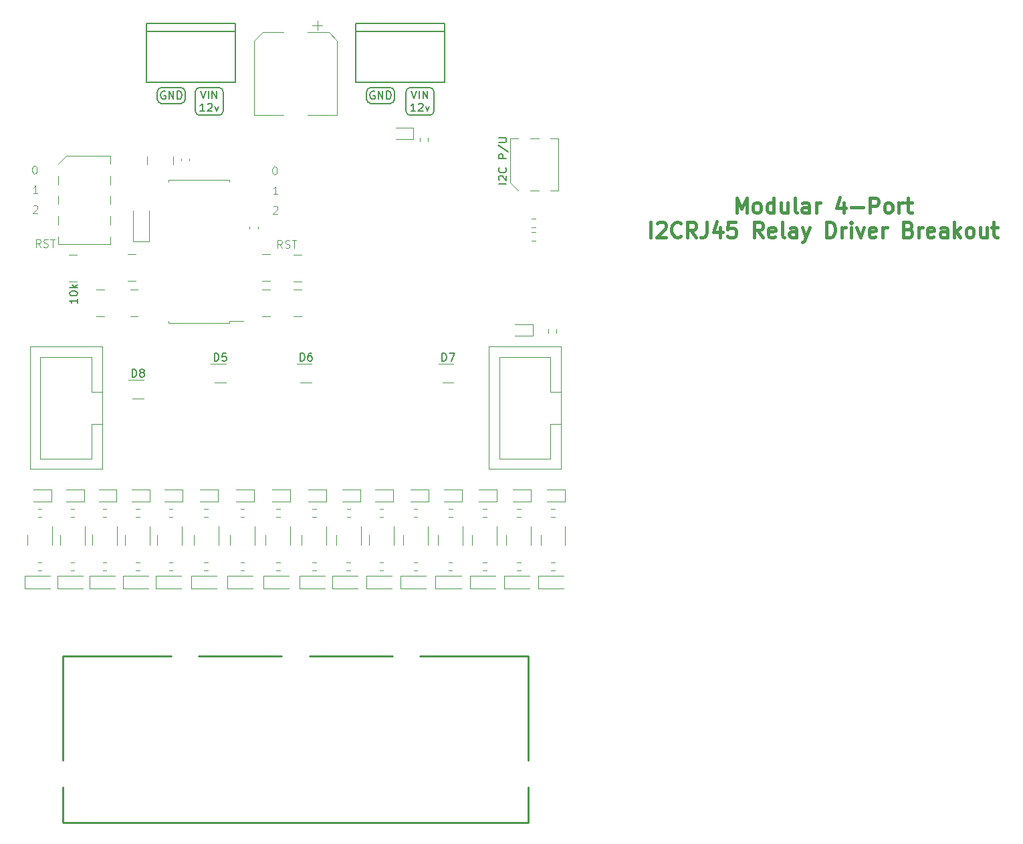
<source format=gbr>
G04 #@! TF.GenerationSoftware,KiCad,Pcbnew,6.0.11+dfsg-1*
G04 #@! TF.CreationDate,2023-11-01T17:04:38+00:00*
G04 #@! TF.ProjectId,Modular-I2C-4PxRJ45-Relay-Driver,4d6f6475-6c61-4722-9d49-32432d345078,rev?*
G04 #@! TF.SameCoordinates,Original*
G04 #@! TF.FileFunction,Legend,Top*
G04 #@! TF.FilePolarity,Positive*
%FSLAX46Y46*%
G04 Gerber Fmt 4.6, Leading zero omitted, Abs format (unit mm)*
G04 Created by KiCad (PCBNEW 6.0.11+dfsg-1) date 2023-11-01 17:04:38*
%MOMM*%
%LPD*%
G01*
G04 APERTURE LIST*
%ADD10C,0.150000*%
%ADD11C,0.125000*%
%ADD12C,0.391000*%
%ADD13C,0.120000*%
%ADD14C,0.203200*%
%ADD15C,0.100000*%
%ADD16C,0.254000*%
%ADD17C,1.700000*%
%ADD18R,2.000000X1.100000*%
%ADD19R,0.800000X0.800000*%
%ADD20R,0.650000X0.400000*%
%ADD21R,0.800000X0.500000*%
%ADD22R,0.800000X0.400000*%
%ADD23R,0.500000X0.800000*%
%ADD24R,0.400000X0.800000*%
%ADD25R,1.200000X3.300000*%
%ADD26R,3.300000X1.200000*%
%ADD27R,1.100000X1.100000*%
%ADD28C,3.250000*%
%ADD29C,1.500000*%
%ADD30C,2.600000*%
G04 APERTURE END LIST*
D10*
X132119000Y-32253500D02*
G75*
G03*
X132619000Y-32753500I500000J0D01*
G01*
X166619000Y-34253500D02*
G75*
G03*
X167119000Y-33753500I0J500000D01*
G01*
X139934000Y-34253500D02*
G75*
G03*
X140434000Y-33753500I0J500000D01*
G01*
X164119000Y-30753500D02*
X166619000Y-30753500D01*
X162119000Y-31253500D02*
X162119000Y-32253500D01*
X136934000Y-33753500D02*
X136934000Y-31253500D01*
X135619000Y-31253500D02*
G75*
G03*
X135119000Y-30753500I-500000J0D01*
G01*
X140434000Y-31253500D02*
X140434000Y-33753500D01*
X135119000Y-32753500D02*
G75*
G03*
X135619000Y-32253500I0J500000D01*
G01*
X164119000Y-30753500D02*
G75*
G03*
X163619000Y-31253500I0J-500000D01*
G01*
X162119000Y-31253500D02*
G75*
G03*
X161619000Y-30753500I-500000J0D01*
G01*
X163619000Y-33753500D02*
G75*
G03*
X164119000Y-34253500I500000J0D01*
G01*
X161619000Y-32753500D02*
G75*
G03*
X162119000Y-32253500I0J500000D01*
G01*
X166619000Y-34253500D02*
X164119000Y-34253500D01*
X135119000Y-32753500D02*
X132619000Y-32753500D01*
X161619000Y-32753500D02*
X159119000Y-32753500D01*
X137434000Y-30753500D02*
X139934000Y-30753500D01*
X135619000Y-31253500D02*
X135619000Y-32253500D01*
X167119000Y-31253500D02*
G75*
G03*
X166619000Y-30753500I-500000J0D01*
G01*
X136934000Y-33753500D02*
G75*
G03*
X137434000Y-34253500I500000J0D01*
G01*
X132619000Y-30753500D02*
G75*
G03*
X132119000Y-31253500I0J-500000D01*
G01*
X158619000Y-32253500D02*
G75*
G03*
X159119000Y-32753500I500000J0D01*
G01*
X158619000Y-31253500D02*
X158619000Y-32253500D01*
X167119000Y-31253500D02*
X167119000Y-33753500D01*
X163619000Y-33753500D02*
X163619000Y-31253500D01*
X161619000Y-30753500D02*
X159119000Y-30753500D01*
X135119000Y-30753500D02*
X132619000Y-30753500D01*
X132119000Y-31253500D02*
X132119000Y-32253500D01*
X137434000Y-30753500D02*
G75*
G03*
X136934000Y-31253500I0J-500000D01*
G01*
X139934000Y-34253500D02*
X137434000Y-34253500D01*
X159119000Y-30753500D02*
G75*
G03*
X158619000Y-31253500I0J-500000D01*
G01*
X140434000Y-31253500D02*
G75*
G03*
X139934000Y-30753500I-500000J0D01*
G01*
D11*
X117321380Y-50955880D02*
X116988047Y-50479690D01*
X116749952Y-50955880D02*
X116749952Y-49955880D01*
X117130904Y-49955880D01*
X117226142Y-50003500D01*
X117273761Y-50051119D01*
X117321380Y-50146357D01*
X117321380Y-50289214D01*
X117273761Y-50384452D01*
X117226142Y-50432071D01*
X117130904Y-50479690D01*
X116749952Y-50479690D01*
X117702333Y-50908261D02*
X117845190Y-50955880D01*
X118083285Y-50955880D01*
X118178523Y-50908261D01*
X118226142Y-50860642D01*
X118273761Y-50765404D01*
X118273761Y-50670166D01*
X118226142Y-50574928D01*
X118178523Y-50527309D01*
X118083285Y-50479690D01*
X117892809Y-50432071D01*
X117797571Y-50384452D01*
X117749952Y-50336833D01*
X117702333Y-50241595D01*
X117702333Y-50146357D01*
X117749952Y-50051119D01*
X117797571Y-50003500D01*
X117892809Y-49955880D01*
X118130904Y-49955880D01*
X118273761Y-50003500D01*
X118559476Y-49955880D02*
X119130904Y-49955880D01*
X118845190Y-50955880D02*
X118845190Y-49955880D01*
X146783285Y-45851119D02*
X146830904Y-45803500D01*
X146926142Y-45755880D01*
X147164238Y-45755880D01*
X147259476Y-45803500D01*
X147307095Y-45851119D01*
X147354714Y-45946357D01*
X147354714Y-46041595D01*
X147307095Y-46184452D01*
X146735666Y-46755880D01*
X147354714Y-46755880D01*
X116954714Y-44155880D02*
X116383285Y-44155880D01*
X116669000Y-44155880D02*
X116669000Y-43155880D01*
X116573761Y-43298738D01*
X116478523Y-43393976D01*
X116383285Y-43441595D01*
D10*
X159607095Y-31253500D02*
X159511857Y-31205880D01*
X159369000Y-31205880D01*
X159226142Y-31253500D01*
X159130904Y-31348738D01*
X159083285Y-31443976D01*
X159035666Y-31634452D01*
X159035666Y-31777309D01*
X159083285Y-31967785D01*
X159130904Y-32063023D01*
X159226142Y-32158261D01*
X159369000Y-32205880D01*
X159464238Y-32205880D01*
X159607095Y-32158261D01*
X159654714Y-32110642D01*
X159654714Y-31777309D01*
X159464238Y-31777309D01*
X160083285Y-32205880D02*
X160083285Y-31205880D01*
X160654714Y-32205880D01*
X160654714Y-31205880D01*
X161130904Y-32205880D02*
X161130904Y-31205880D01*
X161369000Y-31205880D01*
X161511857Y-31253500D01*
X161607095Y-31348738D01*
X161654714Y-31443976D01*
X161702333Y-31634452D01*
X161702333Y-31777309D01*
X161654714Y-31967785D01*
X161607095Y-32063023D01*
X161511857Y-32158261D01*
X161369000Y-32205880D01*
X161130904Y-32205880D01*
X121991380Y-57486738D02*
X121991380Y-58058166D01*
X121991380Y-57772452D02*
X120991380Y-57772452D01*
X121134238Y-57867690D01*
X121229476Y-57962928D01*
X121277095Y-58058166D01*
X120991380Y-56867690D02*
X120991380Y-56772452D01*
X121039000Y-56677214D01*
X121086619Y-56629595D01*
X121181857Y-56581976D01*
X121372333Y-56534357D01*
X121610428Y-56534357D01*
X121800904Y-56581976D01*
X121896142Y-56629595D01*
X121943761Y-56677214D01*
X121991380Y-56772452D01*
X121991380Y-56867690D01*
X121943761Y-56962928D01*
X121896142Y-57010547D01*
X121800904Y-57058166D01*
X121610428Y-57105785D01*
X121372333Y-57105785D01*
X121181857Y-57058166D01*
X121086619Y-57010547D01*
X121039000Y-56962928D01*
X120991380Y-56867690D01*
X121991380Y-56105785D02*
X120991380Y-56105785D01*
X121610428Y-56010547D02*
X121991380Y-55724833D01*
X121324714Y-55724833D02*
X121705666Y-56105785D01*
X176321380Y-42908261D02*
X175321380Y-42908261D01*
X175416619Y-42479690D02*
X175369000Y-42432071D01*
X175321380Y-42336833D01*
X175321380Y-42098738D01*
X175369000Y-42003500D01*
X175416619Y-41955880D01*
X175511857Y-41908261D01*
X175607095Y-41908261D01*
X175749952Y-41955880D01*
X176321380Y-42527309D01*
X176321380Y-41908261D01*
X176226142Y-40908261D02*
X176273761Y-40955880D01*
X176321380Y-41098738D01*
X176321380Y-41193976D01*
X176273761Y-41336833D01*
X176178523Y-41432071D01*
X176083285Y-41479690D01*
X175892809Y-41527309D01*
X175749952Y-41527309D01*
X175559476Y-41479690D01*
X175464238Y-41432071D01*
X175369000Y-41336833D01*
X175321380Y-41193976D01*
X175321380Y-41098738D01*
X175369000Y-40955880D01*
X175416619Y-40908261D01*
X176321380Y-39717785D02*
X175321380Y-39717785D01*
X175321380Y-39336833D01*
X175369000Y-39241595D01*
X175416619Y-39193976D01*
X175511857Y-39146357D01*
X175654714Y-39146357D01*
X175749952Y-39193976D01*
X175797571Y-39241595D01*
X175845190Y-39336833D01*
X175845190Y-39717785D01*
X175273761Y-38003500D02*
X176559476Y-38860642D01*
X175321380Y-37670166D02*
X176130904Y-37670166D01*
X176226142Y-37622547D01*
X176273761Y-37574928D01*
X176321380Y-37479690D01*
X176321380Y-37289214D01*
X176273761Y-37193976D01*
X176226142Y-37146357D01*
X176130904Y-37098738D01*
X175321380Y-37098738D01*
X164273761Y-31150880D02*
X164607095Y-32150880D01*
X164940428Y-31150880D01*
X165273761Y-32150880D02*
X165273761Y-31150880D01*
X165749952Y-32150880D02*
X165749952Y-31150880D01*
X166321380Y-32150880D01*
X166321380Y-31150880D01*
X164797571Y-33760880D02*
X164226142Y-33760880D01*
X164511857Y-33760880D02*
X164511857Y-32760880D01*
X164416619Y-32903738D01*
X164321380Y-32998976D01*
X164226142Y-33046595D01*
X165178523Y-32856119D02*
X165226142Y-32808500D01*
X165321380Y-32760880D01*
X165559476Y-32760880D01*
X165654714Y-32808500D01*
X165702333Y-32856119D01*
X165749952Y-32951357D01*
X165749952Y-33046595D01*
X165702333Y-33189452D01*
X165130904Y-33760880D01*
X165749952Y-33760880D01*
X166083285Y-33094214D02*
X166321380Y-33760880D01*
X166559476Y-33094214D01*
D12*
X205453976Y-46619605D02*
X205453976Y-44710605D01*
X206090309Y-46074176D01*
X206726642Y-44710605D01*
X206726642Y-46619605D01*
X207908404Y-46619605D02*
X207726595Y-46528700D01*
X207635690Y-46437795D01*
X207544785Y-46255986D01*
X207544785Y-45710557D01*
X207635690Y-45528748D01*
X207726595Y-45437843D01*
X207908404Y-45346938D01*
X208181119Y-45346938D01*
X208362928Y-45437843D01*
X208453833Y-45528748D01*
X208544738Y-45710557D01*
X208544738Y-46255986D01*
X208453833Y-46437795D01*
X208362928Y-46528700D01*
X208181119Y-46619605D01*
X207908404Y-46619605D01*
X210181023Y-46619605D02*
X210181023Y-44710605D01*
X210181023Y-46528700D02*
X209999214Y-46619605D01*
X209635595Y-46619605D01*
X209453785Y-46528700D01*
X209362880Y-46437795D01*
X209271976Y-46255986D01*
X209271976Y-45710557D01*
X209362880Y-45528748D01*
X209453785Y-45437843D01*
X209635595Y-45346938D01*
X209999214Y-45346938D01*
X210181023Y-45437843D01*
X211908214Y-45346938D02*
X211908214Y-46619605D01*
X211090071Y-45346938D02*
X211090071Y-46346890D01*
X211180976Y-46528700D01*
X211362785Y-46619605D01*
X211635500Y-46619605D01*
X211817309Y-46528700D01*
X211908214Y-46437795D01*
X213089976Y-46619605D02*
X212908166Y-46528700D01*
X212817261Y-46346890D01*
X212817261Y-44710605D01*
X214635357Y-46619605D02*
X214635357Y-45619652D01*
X214544452Y-45437843D01*
X214362642Y-45346938D01*
X213999023Y-45346938D01*
X213817214Y-45437843D01*
X214635357Y-46528700D02*
X214453547Y-46619605D01*
X213999023Y-46619605D01*
X213817214Y-46528700D01*
X213726309Y-46346890D01*
X213726309Y-46165081D01*
X213817214Y-45983271D01*
X213999023Y-45892367D01*
X214453547Y-45892367D01*
X214635357Y-45801462D01*
X215544404Y-46619605D02*
X215544404Y-45346938D01*
X215544404Y-45710557D02*
X215635309Y-45528748D01*
X215726214Y-45437843D01*
X215908023Y-45346938D01*
X216089833Y-45346938D01*
X218998785Y-45346938D02*
X218998785Y-46619605D01*
X218544261Y-44619700D02*
X218089738Y-45983271D01*
X219271500Y-45983271D01*
X219998738Y-45892367D02*
X221453214Y-45892367D01*
X222362261Y-46619605D02*
X222362261Y-44710605D01*
X223089500Y-44710605D01*
X223271309Y-44801510D01*
X223362214Y-44892414D01*
X223453119Y-45074224D01*
X223453119Y-45346938D01*
X223362214Y-45528748D01*
X223271309Y-45619652D01*
X223089500Y-45710557D01*
X222362261Y-45710557D01*
X224543976Y-46619605D02*
X224362166Y-46528700D01*
X224271261Y-46437795D01*
X224180357Y-46255986D01*
X224180357Y-45710557D01*
X224271261Y-45528748D01*
X224362166Y-45437843D01*
X224543976Y-45346938D01*
X224816690Y-45346938D01*
X224998500Y-45437843D01*
X225089404Y-45528748D01*
X225180309Y-45710557D01*
X225180309Y-46255986D01*
X225089404Y-46437795D01*
X224998500Y-46528700D01*
X224816690Y-46619605D01*
X224543976Y-46619605D01*
X225998452Y-46619605D02*
X225998452Y-45346938D01*
X225998452Y-45710557D02*
X226089357Y-45528748D01*
X226180261Y-45437843D01*
X226362071Y-45346938D01*
X226543880Y-45346938D01*
X226907500Y-45346938D02*
X227634738Y-45346938D01*
X227180214Y-44710605D02*
X227180214Y-46346890D01*
X227271119Y-46528700D01*
X227452928Y-46619605D01*
X227634738Y-46619605D01*
X194590857Y-49693095D02*
X194590857Y-47784095D01*
X195408999Y-47965904D02*
X195499904Y-47875000D01*
X195681714Y-47784095D01*
X196136238Y-47784095D01*
X196318047Y-47875000D01*
X196408952Y-47965904D01*
X196499857Y-48147714D01*
X196499857Y-48329523D01*
X196408952Y-48602238D01*
X195318095Y-49693095D01*
X196499857Y-49693095D01*
X198408857Y-49511285D02*
X198317952Y-49602190D01*
X198045238Y-49693095D01*
X197863428Y-49693095D01*
X197590714Y-49602190D01*
X197408904Y-49420380D01*
X197317999Y-49238571D01*
X197227095Y-48874952D01*
X197227095Y-48602238D01*
X197317999Y-48238619D01*
X197408904Y-48056809D01*
X197590714Y-47875000D01*
X197863428Y-47784095D01*
X198045238Y-47784095D01*
X198317952Y-47875000D01*
X198408857Y-47965904D01*
X200317857Y-49693095D02*
X199681523Y-48784047D01*
X199226999Y-49693095D02*
X199226999Y-47784095D01*
X199954238Y-47784095D01*
X200136047Y-47875000D01*
X200226952Y-47965904D01*
X200317857Y-48147714D01*
X200317857Y-48420428D01*
X200226952Y-48602238D01*
X200136047Y-48693142D01*
X199954238Y-48784047D01*
X199226999Y-48784047D01*
X201681428Y-47784095D02*
X201681428Y-49147666D01*
X201590523Y-49420380D01*
X201408714Y-49602190D01*
X201135999Y-49693095D01*
X200954190Y-49693095D01*
X203408619Y-48420428D02*
X203408619Y-49693095D01*
X202954095Y-47693190D02*
X202499571Y-49056761D01*
X203681333Y-49056761D01*
X205317619Y-47784095D02*
X204408571Y-47784095D01*
X204317666Y-48693142D01*
X204408571Y-48602238D01*
X204590380Y-48511333D01*
X205044904Y-48511333D01*
X205226714Y-48602238D01*
X205317619Y-48693142D01*
X205408523Y-48874952D01*
X205408523Y-49329476D01*
X205317619Y-49511285D01*
X205226714Y-49602190D01*
X205044904Y-49693095D01*
X204590380Y-49693095D01*
X204408571Y-49602190D01*
X204317666Y-49511285D01*
X208771999Y-49693095D02*
X208135666Y-48784047D01*
X207681142Y-49693095D02*
X207681142Y-47784095D01*
X208408380Y-47784095D01*
X208590190Y-47875000D01*
X208681095Y-47965904D01*
X208771999Y-48147714D01*
X208771999Y-48420428D01*
X208681095Y-48602238D01*
X208590190Y-48693142D01*
X208408380Y-48784047D01*
X207681142Y-48784047D01*
X210317380Y-49602190D02*
X210135571Y-49693095D01*
X209771952Y-49693095D01*
X209590142Y-49602190D01*
X209499238Y-49420380D01*
X209499238Y-48693142D01*
X209590142Y-48511333D01*
X209771952Y-48420428D01*
X210135571Y-48420428D01*
X210317380Y-48511333D01*
X210408285Y-48693142D01*
X210408285Y-48874952D01*
X209499238Y-49056761D01*
X211499142Y-49693095D02*
X211317333Y-49602190D01*
X211226428Y-49420380D01*
X211226428Y-47784095D01*
X213044523Y-49693095D02*
X213044523Y-48693142D01*
X212953619Y-48511333D01*
X212771809Y-48420428D01*
X212408190Y-48420428D01*
X212226380Y-48511333D01*
X213044523Y-49602190D02*
X212862714Y-49693095D01*
X212408190Y-49693095D01*
X212226380Y-49602190D01*
X212135476Y-49420380D01*
X212135476Y-49238571D01*
X212226380Y-49056761D01*
X212408190Y-48965857D01*
X212862714Y-48965857D01*
X213044523Y-48874952D01*
X213771761Y-48420428D02*
X214226285Y-49693095D01*
X214680809Y-48420428D02*
X214226285Y-49693095D01*
X214044476Y-50147619D01*
X213953571Y-50238523D01*
X213771761Y-50329428D01*
X216862523Y-49693095D02*
X216862523Y-47784095D01*
X217317047Y-47784095D01*
X217589761Y-47875000D01*
X217771571Y-48056809D01*
X217862476Y-48238619D01*
X217953380Y-48602238D01*
X217953380Y-48874952D01*
X217862476Y-49238571D01*
X217771571Y-49420380D01*
X217589761Y-49602190D01*
X217317047Y-49693095D01*
X216862523Y-49693095D01*
X218771523Y-49693095D02*
X218771523Y-48420428D01*
X218771523Y-48784047D02*
X218862428Y-48602238D01*
X218953333Y-48511333D01*
X219135142Y-48420428D01*
X219316952Y-48420428D01*
X219953285Y-49693095D02*
X219953285Y-48420428D01*
X219953285Y-47784095D02*
X219862380Y-47875000D01*
X219953285Y-47965904D01*
X220044190Y-47875000D01*
X219953285Y-47784095D01*
X219953285Y-47965904D01*
X220680523Y-48420428D02*
X221135047Y-49693095D01*
X221589571Y-48420428D01*
X223044047Y-49602190D02*
X222862238Y-49693095D01*
X222498619Y-49693095D01*
X222316809Y-49602190D01*
X222225904Y-49420380D01*
X222225904Y-48693142D01*
X222316809Y-48511333D01*
X222498619Y-48420428D01*
X222862238Y-48420428D01*
X223044047Y-48511333D01*
X223134952Y-48693142D01*
X223134952Y-48874952D01*
X222225904Y-49056761D01*
X223953095Y-49693095D02*
X223953095Y-48420428D01*
X223953095Y-48784047D02*
X224043999Y-48602238D01*
X224134904Y-48511333D01*
X224316714Y-48420428D01*
X224498523Y-48420428D01*
X227225666Y-48693142D02*
X227498380Y-48784047D01*
X227589285Y-48874952D01*
X227680190Y-49056761D01*
X227680190Y-49329476D01*
X227589285Y-49511285D01*
X227498380Y-49602190D01*
X227316571Y-49693095D01*
X226589333Y-49693095D01*
X226589333Y-47784095D01*
X227225666Y-47784095D01*
X227407476Y-47875000D01*
X227498380Y-47965904D01*
X227589285Y-48147714D01*
X227589285Y-48329523D01*
X227498380Y-48511333D01*
X227407476Y-48602238D01*
X227225666Y-48693142D01*
X226589333Y-48693142D01*
X228498333Y-49693095D02*
X228498333Y-48420428D01*
X228498333Y-48784047D02*
X228589238Y-48602238D01*
X228680142Y-48511333D01*
X228861952Y-48420428D01*
X229043761Y-48420428D01*
X230407333Y-49602190D02*
X230225523Y-49693095D01*
X229861904Y-49693095D01*
X229680095Y-49602190D01*
X229589190Y-49420380D01*
X229589190Y-48693142D01*
X229680095Y-48511333D01*
X229861904Y-48420428D01*
X230225523Y-48420428D01*
X230407333Y-48511333D01*
X230498238Y-48693142D01*
X230498238Y-48874952D01*
X229589190Y-49056761D01*
X232134523Y-49693095D02*
X232134523Y-48693142D01*
X232043619Y-48511333D01*
X231861809Y-48420428D01*
X231498190Y-48420428D01*
X231316380Y-48511333D01*
X232134523Y-49602190D02*
X231952714Y-49693095D01*
X231498190Y-49693095D01*
X231316380Y-49602190D01*
X231225476Y-49420380D01*
X231225476Y-49238571D01*
X231316380Y-49056761D01*
X231498190Y-48965857D01*
X231952714Y-48965857D01*
X232134523Y-48874952D01*
X233043571Y-49693095D02*
X233043571Y-47784095D01*
X233225380Y-48965857D02*
X233770809Y-49693095D01*
X233770809Y-48420428D02*
X233043571Y-49147666D01*
X234861666Y-49693095D02*
X234679857Y-49602190D01*
X234588952Y-49511285D01*
X234498047Y-49329476D01*
X234498047Y-48784047D01*
X234588952Y-48602238D01*
X234679857Y-48511333D01*
X234861666Y-48420428D01*
X235134380Y-48420428D01*
X235316190Y-48511333D01*
X235407095Y-48602238D01*
X235497999Y-48784047D01*
X235497999Y-49329476D01*
X235407095Y-49511285D01*
X235316190Y-49602190D01*
X235134380Y-49693095D01*
X234861666Y-49693095D01*
X237134285Y-48420428D02*
X237134285Y-49693095D01*
X236316142Y-48420428D02*
X236316142Y-49420380D01*
X236407047Y-49602190D01*
X236588857Y-49693095D01*
X236861571Y-49693095D01*
X237043380Y-49602190D01*
X237134285Y-49511285D01*
X237770619Y-48420428D02*
X238497857Y-48420428D01*
X238043333Y-47784095D02*
X238043333Y-49420380D01*
X238134238Y-49602190D01*
X238316047Y-49693095D01*
X238497857Y-49693095D01*
D10*
X137588761Y-31150880D02*
X137922095Y-32150880D01*
X138255428Y-31150880D01*
X138588761Y-32150880D02*
X138588761Y-31150880D01*
X139064952Y-32150880D02*
X139064952Y-31150880D01*
X139636380Y-32150880D01*
X139636380Y-31150880D01*
X138112571Y-33760880D02*
X137541142Y-33760880D01*
X137826857Y-33760880D02*
X137826857Y-32760880D01*
X137731619Y-32903738D01*
X137636380Y-32998976D01*
X137541142Y-33046595D01*
X138493523Y-32856119D02*
X138541142Y-32808500D01*
X138636380Y-32760880D01*
X138874476Y-32760880D01*
X138969714Y-32808500D01*
X139017333Y-32856119D01*
X139064952Y-32951357D01*
X139064952Y-33046595D01*
X139017333Y-33189452D01*
X138445904Y-33760880D01*
X139064952Y-33760880D01*
X139398285Y-33094214D02*
X139636380Y-33760880D01*
X139874476Y-33094214D01*
D11*
X146921380Y-40755880D02*
X147016619Y-40755880D01*
X147111857Y-40803500D01*
X147159476Y-40851119D01*
X147207095Y-40946357D01*
X147254714Y-41136833D01*
X147254714Y-41374928D01*
X147207095Y-41565404D01*
X147159476Y-41660642D01*
X147111857Y-41708261D01*
X147016619Y-41755880D01*
X146921380Y-41755880D01*
X146826142Y-41708261D01*
X146778523Y-41660642D01*
X146730904Y-41565404D01*
X146683285Y-41374928D01*
X146683285Y-41136833D01*
X146730904Y-40946357D01*
X146778523Y-40851119D01*
X146826142Y-40803500D01*
X146921380Y-40755880D01*
X116383285Y-45751119D02*
X116430904Y-45703500D01*
X116526142Y-45655880D01*
X116764238Y-45655880D01*
X116859476Y-45703500D01*
X116907095Y-45751119D01*
X116954714Y-45846357D01*
X116954714Y-45941595D01*
X116907095Y-46084452D01*
X116335666Y-46655880D01*
X116954714Y-46655880D01*
X147354714Y-44255880D02*
X146783285Y-44255880D01*
X147069000Y-44255880D02*
X147069000Y-43255880D01*
X146973761Y-43398738D01*
X146878523Y-43493976D01*
X146783285Y-43541595D01*
D10*
X133107095Y-31253500D02*
X133011857Y-31205880D01*
X132869000Y-31205880D01*
X132726142Y-31253500D01*
X132630904Y-31348738D01*
X132583285Y-31443976D01*
X132535666Y-31634452D01*
X132535666Y-31777309D01*
X132583285Y-31967785D01*
X132630904Y-32063023D01*
X132726142Y-32158261D01*
X132869000Y-32205880D01*
X132964238Y-32205880D01*
X133107095Y-32158261D01*
X133154714Y-32110642D01*
X133154714Y-31777309D01*
X132964238Y-31777309D01*
X133583285Y-32205880D02*
X133583285Y-31205880D01*
X134154714Y-32205880D01*
X134154714Y-31205880D01*
X134630904Y-32205880D02*
X134630904Y-31205880D01*
X134869000Y-31205880D01*
X135011857Y-31253500D01*
X135107095Y-31348738D01*
X135154714Y-31443976D01*
X135202333Y-31634452D01*
X135202333Y-31777309D01*
X135154714Y-31967785D01*
X135107095Y-32063023D01*
X135011857Y-32158261D01*
X134869000Y-32205880D01*
X134630904Y-32205880D01*
D11*
X147921380Y-51055880D02*
X147588047Y-50579690D01*
X147349952Y-51055880D02*
X147349952Y-50055880D01*
X147730904Y-50055880D01*
X147826142Y-50103500D01*
X147873761Y-50151119D01*
X147921380Y-50246357D01*
X147921380Y-50389214D01*
X147873761Y-50484452D01*
X147826142Y-50532071D01*
X147730904Y-50579690D01*
X147349952Y-50579690D01*
X148302333Y-51008261D02*
X148445190Y-51055880D01*
X148683285Y-51055880D01*
X148778523Y-51008261D01*
X148826142Y-50960642D01*
X148873761Y-50865404D01*
X148873761Y-50770166D01*
X148826142Y-50674928D01*
X148778523Y-50627309D01*
X148683285Y-50579690D01*
X148492809Y-50532071D01*
X148397571Y-50484452D01*
X148349952Y-50436833D01*
X148302333Y-50341595D01*
X148302333Y-50246357D01*
X148349952Y-50151119D01*
X148397571Y-50103500D01*
X148492809Y-50055880D01*
X148730904Y-50055880D01*
X148873761Y-50103500D01*
X149159476Y-50055880D02*
X149730904Y-50055880D01*
X149445190Y-51055880D02*
X149445190Y-50055880D01*
X116521380Y-40655880D02*
X116616619Y-40655880D01*
X116711857Y-40703500D01*
X116759476Y-40751119D01*
X116807095Y-40846357D01*
X116854714Y-41036833D01*
X116854714Y-41274928D01*
X116807095Y-41465404D01*
X116759476Y-41560642D01*
X116711857Y-41608261D01*
X116616619Y-41655880D01*
X116521380Y-41655880D01*
X116426142Y-41608261D01*
X116378523Y-41560642D01*
X116330904Y-41465404D01*
X116283285Y-41274928D01*
X116283285Y-41036833D01*
X116330904Y-40846357D01*
X116378523Y-40751119D01*
X116426142Y-40703500D01*
X116521380Y-40655880D01*
D10*
X128928904Y-67408880D02*
X128928904Y-66408880D01*
X129167000Y-66408880D01*
X129309857Y-66456500D01*
X129405095Y-66551738D01*
X129452714Y-66646976D01*
X129500333Y-66837452D01*
X129500333Y-66980309D01*
X129452714Y-67170785D01*
X129405095Y-67266023D01*
X129309857Y-67361261D01*
X129167000Y-67408880D01*
X128928904Y-67408880D01*
X130071761Y-66837452D02*
X129976523Y-66789833D01*
X129928904Y-66742214D01*
X129881285Y-66646976D01*
X129881285Y-66599357D01*
X129928904Y-66504119D01*
X129976523Y-66456500D01*
X130071761Y-66408880D01*
X130262238Y-66408880D01*
X130357476Y-66456500D01*
X130405095Y-66504119D01*
X130452714Y-66599357D01*
X130452714Y-66646976D01*
X130405095Y-66742214D01*
X130357476Y-66789833D01*
X130262238Y-66837452D01*
X130071761Y-66837452D01*
X129976523Y-66885071D01*
X129928904Y-66932690D01*
X129881285Y-67027928D01*
X129881285Y-67218404D01*
X129928904Y-67313642D01*
X129976523Y-67361261D01*
X130071761Y-67408880D01*
X130262238Y-67408880D01*
X130357476Y-67361261D01*
X130405095Y-67313642D01*
X130452714Y-67218404D01*
X130452714Y-67027928D01*
X130405095Y-66932690D01*
X130357476Y-66885071D01*
X130262238Y-66837452D01*
X168171904Y-65376880D02*
X168171904Y-64376880D01*
X168410000Y-64376880D01*
X168552857Y-64424500D01*
X168648095Y-64519738D01*
X168695714Y-64614976D01*
X168743333Y-64805452D01*
X168743333Y-64948309D01*
X168695714Y-65138785D01*
X168648095Y-65234023D01*
X168552857Y-65329261D01*
X168410000Y-65376880D01*
X168171904Y-65376880D01*
X169076666Y-64376880D02*
X169743333Y-64376880D01*
X169314761Y-65376880D01*
X150203904Y-65361880D02*
X150203904Y-64361880D01*
X150442000Y-64361880D01*
X150584857Y-64409500D01*
X150680095Y-64504738D01*
X150727714Y-64599976D01*
X150775333Y-64790452D01*
X150775333Y-64933309D01*
X150727714Y-65123785D01*
X150680095Y-65219023D01*
X150584857Y-65314261D01*
X150442000Y-65361880D01*
X150203904Y-65361880D01*
X151632476Y-64361880D02*
X151442000Y-64361880D01*
X151346761Y-64409500D01*
X151299142Y-64457119D01*
X151203904Y-64599976D01*
X151156285Y-64790452D01*
X151156285Y-65171404D01*
X151203904Y-65266642D01*
X151251523Y-65314261D01*
X151346761Y-65361880D01*
X151537238Y-65361880D01*
X151632476Y-65314261D01*
X151680095Y-65266642D01*
X151727714Y-65171404D01*
X151727714Y-64933309D01*
X151680095Y-64838071D01*
X151632476Y-64790452D01*
X151537238Y-64742833D01*
X151346761Y-64742833D01*
X151251523Y-64790452D01*
X151203904Y-64838071D01*
X151156285Y-64933309D01*
X139342904Y-65376880D02*
X139342904Y-64376880D01*
X139581000Y-64376880D01*
X139723857Y-64424500D01*
X139819095Y-64519738D01*
X139866714Y-64614976D01*
X139914333Y-64805452D01*
X139914333Y-64948309D01*
X139866714Y-65138785D01*
X139819095Y-65234023D01*
X139723857Y-65329261D01*
X139581000Y-65376880D01*
X139342904Y-65376880D01*
X140819095Y-64376880D02*
X140342904Y-64376880D01*
X140295285Y-64853071D01*
X140342904Y-64805452D01*
X140438142Y-64757833D01*
X140676238Y-64757833D01*
X140771476Y-64805452D01*
X140819095Y-64853071D01*
X140866714Y-64948309D01*
X140866714Y-65186404D01*
X140819095Y-65281642D01*
X140771476Y-65329261D01*
X140676238Y-65376880D01*
X140438142Y-65376880D01*
X140342904Y-65329261D01*
X140295285Y-65281642D01*
D13*
X183208995Y-63541501D02*
X183208995Y-79041501D01*
X181898995Y-64841501D02*
X181898995Y-69241501D01*
X174088995Y-63541501D02*
X183208995Y-63541501D01*
X181898995Y-77741501D02*
X175398995Y-77741501D01*
X181898995Y-69241501D02*
X181898995Y-69241501D01*
X183208995Y-79041501D02*
X174088995Y-79041501D01*
X175398995Y-64841501D02*
X181898995Y-64841501D01*
X181898995Y-73341501D02*
X181898995Y-77741501D01*
X174088995Y-79041501D02*
X174088995Y-63541501D01*
X175398995Y-77741501D02*
X175398995Y-64841501D01*
X181898995Y-69241501D02*
X183208995Y-69241501D01*
X183208995Y-73341501D02*
X181898995Y-73341501D01*
X137503000Y-83153500D02*
X139788000Y-83153500D01*
X139788000Y-83153500D02*
X139788000Y-81683500D01*
X139788000Y-81683500D02*
X137503000Y-81683500D01*
X151734742Y-91890400D02*
X152209258Y-91890400D01*
X151734742Y-90845400D02*
X152209258Y-90845400D01*
X140976150Y-92530500D02*
X144216150Y-92530500D01*
X140976150Y-92530500D02*
X140976150Y-94150500D01*
X140976150Y-94150500D02*
X144216150Y-94150500D01*
X158601000Y-92530500D02*
X161841000Y-92530500D01*
X158601000Y-92530500D02*
X158601000Y-94150500D01*
X158601000Y-94150500D02*
X161841000Y-94150500D01*
X181433800Y-83153500D02*
X183718800Y-83153500D01*
X183718800Y-83153500D02*
X183718800Y-81683500D01*
X183718800Y-81683500D02*
X181433800Y-81683500D01*
X130367000Y-67796500D02*
X128467000Y-67796500D01*
X128967000Y-70116500D02*
X130367000Y-70116500D01*
X167333300Y-94150500D02*
X170573300Y-94150500D01*
X167333300Y-92530500D02*
X170573300Y-92530500D01*
X167333300Y-92530500D02*
X167333300Y-94150500D01*
X155548300Y-83153500D02*
X157833300Y-83153500D01*
X157833300Y-83153500D02*
X157833300Y-81683500D01*
X157833300Y-81683500D02*
X155548300Y-81683500D01*
X162268000Y-37268500D02*
X164553000Y-37268500D01*
X164553000Y-37268500D02*
X164553000Y-35798500D01*
X164553000Y-35798500D02*
X162268000Y-35798500D01*
X147155242Y-84098700D02*
X147629758Y-84098700D01*
X147155242Y-85143700D02*
X147629758Y-85143700D01*
X131172500Y-88006500D02*
X131172500Y-88656500D01*
X128052500Y-88006500D02*
X128052500Y-87356500D01*
X128052500Y-88006500D02*
X128052500Y-88656500D01*
X131172500Y-88006500D02*
X131172500Y-86331500D01*
X169610000Y-65764500D02*
X167710000Y-65764500D01*
X168210000Y-68084500D02*
X169610000Y-68084500D01*
X129375242Y-91890400D02*
X129849758Y-91890400D01*
X129375242Y-90845400D02*
X129849758Y-90845400D01*
X135308500Y-81683500D02*
X133023500Y-81683500D01*
X135308500Y-83153500D02*
X135308500Y-81683500D01*
X133023500Y-83153500D02*
X135308500Y-83153500D01*
X160251242Y-90845400D02*
X160725758Y-90845400D01*
X160251242Y-91890400D02*
X160725758Y-91890400D01*
X148897500Y-81683500D02*
X146612500Y-81683500D01*
X148897500Y-83153500D02*
X148897500Y-81683500D01*
X146612500Y-83153500D02*
X148897500Y-83153500D01*
X160258742Y-84098700D02*
X160733258Y-84098700D01*
X160258742Y-85143700D02*
X160733258Y-85143700D01*
X123861500Y-87992262D02*
X123861500Y-87342262D01*
X126981500Y-87992262D02*
X126981500Y-86317262D01*
X126981500Y-87992262D02*
X126981500Y-88642262D01*
X123861500Y-87992262D02*
X123861500Y-88642262D01*
X170780800Y-88006500D02*
X170780800Y-88656500D01*
X170780800Y-88006500D02*
X170780800Y-86331500D01*
X167660800Y-88006500D02*
X167660800Y-88656500D01*
X167660800Y-88006500D02*
X167660800Y-87356500D01*
X170733300Y-81683500D02*
X168448300Y-81683500D01*
X168448300Y-83153500D02*
X170733300Y-83153500D01*
X170733300Y-83153500D02*
X170733300Y-81683500D01*
X177107500Y-83153500D02*
X179392500Y-83153500D01*
X179392500Y-81683500D02*
X177107500Y-81683500D01*
X179392500Y-83153500D02*
X179392500Y-81683500D01*
D14*
X157269000Y-30103500D02*
X157269000Y-23603500D01*
X157269000Y-23603500D02*
X157269000Y-22603500D01*
X157269000Y-22603500D02*
X168469000Y-22603500D01*
X168469000Y-23603500D02*
X168469000Y-30103500D01*
X168469000Y-30103500D02*
X157269000Y-30103500D01*
X157269000Y-23603500D02*
X168469000Y-23603500D01*
X168469000Y-22603500D02*
X168469000Y-23603500D01*
D13*
X125109010Y-63541501D02*
X125109010Y-79041501D01*
X123799010Y-69241501D02*
X123799010Y-69241501D01*
X117299010Y-64841501D02*
X123799010Y-64841501D01*
X115989010Y-79041501D02*
X115989010Y-63541501D01*
X115989010Y-63541501D02*
X125109010Y-63541501D01*
X123799010Y-77741501D02*
X117299010Y-77741501D01*
X123799010Y-69241501D02*
X125109010Y-69241501D01*
X117299010Y-77741501D02*
X117299010Y-64841501D01*
X125109010Y-73341501D02*
X123799010Y-73341501D01*
X125109010Y-79041501D02*
X115989010Y-79041501D01*
X123799010Y-73341501D02*
X123799010Y-77741501D01*
X123799010Y-64841501D02*
X123799010Y-69241501D01*
X125369000Y-56323500D02*
X124369000Y-56323500D01*
X125369000Y-59683500D02*
X124369000Y-59683500D01*
X165339500Y-37096242D02*
X165339500Y-37570758D01*
X166384500Y-37096242D02*
X166384500Y-37570758D01*
X135126000Y-40014080D02*
X135126000Y-39732920D01*
X136146000Y-40014080D02*
X136146000Y-39732920D01*
X134141000Y-40500500D02*
X134141000Y-39500500D01*
X130781000Y-40500500D02*
X130781000Y-39500500D01*
X171674500Y-92530500D02*
X171674500Y-94150500D01*
X171674500Y-94150500D02*
X174914500Y-94150500D01*
X171674500Y-92530500D02*
X174914500Y-92530500D01*
X180006258Y-47381000D02*
X179531742Y-47381000D01*
X180006258Y-48426000D02*
X179531742Y-48426000D01*
X156091042Y-84098700D02*
X156565558Y-84098700D01*
X156091042Y-85143700D02*
X156565558Y-85143700D01*
X142075000Y-83153500D02*
X144360000Y-83153500D01*
X144360000Y-81683500D02*
X142075000Y-81683500D01*
X144360000Y-83153500D02*
X144360000Y-81683500D01*
X121912000Y-55269500D02*
X120912000Y-55269500D01*
X121912000Y-51909500D02*
X120912000Y-51909500D01*
X123534000Y-94150500D02*
X126774000Y-94150500D01*
X123534000Y-92530500D02*
X123534000Y-94150500D01*
X123534000Y-92530500D02*
X126774000Y-92530500D01*
X156083542Y-91890400D02*
X156558058Y-91890400D01*
X156083542Y-90845400D02*
X156558058Y-90845400D01*
X125184242Y-85143700D02*
X125658758Y-85143700D01*
X125184242Y-84098700D02*
X125658758Y-84098700D01*
X150242000Y-68069500D02*
X151642000Y-68069500D01*
X151642000Y-65749500D02*
X149742000Y-65749500D01*
X138052242Y-90845400D02*
X138526758Y-90845400D01*
X138052242Y-91890400D02*
X138526758Y-91890400D01*
X126961000Y-83153500D02*
X126961000Y-81683500D01*
X124676000Y-83153500D02*
X126961000Y-83153500D01*
X126961000Y-81683500D02*
X124676000Y-81683500D01*
X129369000Y-51823500D02*
X128369000Y-51823500D01*
X129369000Y-55183500D02*
X128369000Y-55183500D01*
X148952500Y-88006500D02*
X148952500Y-86331500D01*
X148952500Y-88006500D02*
X148952500Y-88656500D01*
X145832500Y-88006500D02*
X145832500Y-88656500D01*
X145832500Y-88006500D02*
X145832500Y-87356500D01*
X116983742Y-85143700D02*
X117458258Y-85143700D01*
X116983742Y-84098700D02*
X117458258Y-84098700D01*
X125184242Y-91890400D02*
X125658758Y-91890400D01*
X125184242Y-90845400D02*
X125658758Y-90845400D01*
X162001000Y-83153500D02*
X162001000Y-81683500D01*
X162001000Y-81683500D02*
X159716000Y-81683500D01*
X159716000Y-83153500D02*
X162001000Y-83153500D01*
X175074500Y-83153500D02*
X175074500Y-81683500D01*
X172789500Y-83153500D02*
X175074500Y-83153500D01*
X175074500Y-81683500D02*
X172789500Y-81683500D01*
X129375242Y-85143700D02*
X129849758Y-85143700D01*
X129375242Y-84098700D02*
X129849758Y-84098700D01*
X142626392Y-90845400D02*
X143100908Y-90845400D01*
X142626392Y-91890400D02*
X143100908Y-91890400D01*
X131916000Y-92530500D02*
X131916000Y-94150500D01*
X131916000Y-92530500D02*
X135156000Y-92530500D01*
X131916000Y-94150500D02*
X135156000Y-94150500D01*
X120577500Y-83153500D02*
X122862500Y-83153500D01*
X122862500Y-81683500D02*
X120577500Y-81683500D01*
X122862500Y-83153500D02*
X122862500Y-81683500D01*
X177650242Y-85143700D02*
X178124758Y-85143700D01*
X177650242Y-84098700D02*
X178124758Y-84098700D01*
X181969042Y-91890400D02*
X182443558Y-91890400D01*
X181969042Y-90845400D02*
X182443558Y-90845400D01*
X145423437Y-23743500D02*
X144359000Y-24807937D01*
X153814563Y-23743500D02*
X151129000Y-23743500D01*
X145423437Y-23743500D02*
X148109000Y-23743500D01*
X154879000Y-24807937D02*
X154879000Y-34263500D01*
X153004000Y-22878500D02*
X151754000Y-22878500D01*
X153814563Y-23743500D02*
X154879000Y-24807937D01*
X154879000Y-34263500D02*
X151129000Y-34263500D01*
X144359000Y-34263500D02*
X148109000Y-34263500D01*
X144359000Y-24807937D02*
X144359000Y-34263500D01*
X152379000Y-22253500D02*
X152379000Y-23503500D01*
X145369000Y-55183500D02*
X146369000Y-55183500D01*
X145369000Y-51823500D02*
X146369000Y-51823500D01*
X133566242Y-91890400D02*
X134040758Y-91890400D01*
X133566242Y-90845400D02*
X134040758Y-90845400D01*
X147155242Y-90845400D02*
X147629758Y-90845400D01*
X147155242Y-91890400D02*
X147629758Y-91890400D01*
X138052242Y-85143700D02*
X138526758Y-85143700D01*
X138052242Y-84098700D02*
X138526758Y-84098700D01*
X180006258Y-50126000D02*
X179531742Y-50126000D01*
X180006258Y-49081000D02*
X179531742Y-49081000D01*
X151219000Y-83153500D02*
X153504000Y-83153500D01*
X153504000Y-81683500D02*
X151219000Y-81683500D01*
X153504000Y-83153500D02*
X153504000Y-81683500D01*
X179440000Y-88006500D02*
X179440000Y-88656500D01*
X179440000Y-88006500D02*
X179440000Y-86331500D01*
X176320000Y-88006500D02*
X176320000Y-87356500D01*
X176320000Y-88006500D02*
X176320000Y-88656500D01*
X118726000Y-81683500D02*
X116441000Y-81683500D01*
X118726000Y-83153500D02*
X118726000Y-81683500D01*
X116441000Y-83153500D02*
X118726000Y-83153500D01*
X179666000Y-62198500D02*
X179666000Y-60728500D01*
X177381000Y-62198500D02*
X179666000Y-62198500D01*
X179666000Y-60728500D02*
X177381000Y-60728500D01*
X164561742Y-91890400D02*
X165036258Y-91890400D01*
X164561742Y-90845400D02*
X165036258Y-90845400D01*
X168983542Y-91890400D02*
X169458058Y-91890400D01*
X168983542Y-90845400D02*
X169458058Y-90845400D01*
X173332242Y-85143700D02*
X173806758Y-85143700D01*
X173332242Y-84098700D02*
X173806758Y-84098700D01*
X145505000Y-92530500D02*
X148745000Y-92530500D01*
X145505000Y-94150500D02*
X148745000Y-94150500D01*
X145505000Y-92530500D02*
X145505000Y-94150500D01*
X164569242Y-84098700D02*
X165043758Y-84098700D01*
X164569242Y-85143700D02*
X165043758Y-85143700D01*
X149360000Y-55269500D02*
X150360000Y-55269500D01*
X149360000Y-51909500D02*
X150360000Y-51909500D01*
X175992500Y-94150500D02*
X179232500Y-94150500D01*
X175992500Y-92530500D02*
X179232500Y-92530500D01*
X175992500Y-92530500D02*
X175992500Y-94150500D01*
X154284500Y-92530500D02*
X157524500Y-92530500D01*
X154284500Y-92530500D02*
X154284500Y-94150500D01*
X154284500Y-94150500D02*
X157524500Y-94150500D01*
X141303650Y-88006500D02*
X141303650Y-88656500D01*
X141303650Y-88006500D02*
X141303650Y-87356500D01*
X144423650Y-88006500D02*
X144423650Y-88656500D01*
X144423650Y-88006500D02*
X144423650Y-86331500D01*
X119470000Y-92530500D02*
X122710000Y-92530500D01*
X119470000Y-94150500D02*
X122710000Y-94150500D01*
X119470000Y-92530500D02*
X119470000Y-94150500D01*
X181976542Y-85143700D02*
X182451058Y-85143700D01*
X181976542Y-84098700D02*
X182451058Y-84098700D01*
X158928500Y-88006500D02*
X158928500Y-88656500D01*
X162048500Y-88006500D02*
X162048500Y-88656500D01*
X158928500Y-88006500D02*
X158928500Y-87356500D01*
X162048500Y-88006500D02*
X162048500Y-86331500D01*
X133509000Y-42443500D02*
X133509000Y-42688500D01*
X137369000Y-42443500D02*
X141229000Y-42443500D01*
X137369000Y-60563500D02*
X133509000Y-60563500D01*
X137369000Y-60563500D02*
X141229000Y-60563500D01*
X141229000Y-42443500D02*
X141229000Y-42688500D01*
X141229000Y-60563500D02*
X141229000Y-60318500D01*
X133509000Y-60563500D02*
X133509000Y-60318500D01*
X141229000Y-60318500D02*
X143044000Y-60318500D01*
X137369000Y-42443500D02*
X133509000Y-42443500D01*
X127725000Y-92530500D02*
X130965000Y-92530500D01*
X127725000Y-94150500D02*
X130965000Y-94150500D01*
X127725000Y-92530500D02*
X127725000Y-94150500D01*
X142626392Y-85143700D02*
X143100908Y-85143700D01*
X142626392Y-84098700D02*
X143100908Y-84098700D01*
X151742242Y-85143700D02*
X152216758Y-85143700D01*
X151742242Y-84098700D02*
X152216758Y-84098700D01*
X157880800Y-88006500D02*
X157880800Y-88656500D01*
X157880800Y-88006500D02*
X157880800Y-86331500D01*
X154760800Y-88006500D02*
X154760800Y-88656500D01*
X154760800Y-88006500D02*
X154760800Y-87356500D01*
X149369000Y-56323500D02*
X150369000Y-56323500D01*
X149369000Y-59683500D02*
X150369000Y-59683500D01*
X145369000Y-59683512D02*
X146369000Y-59683512D01*
X145369000Y-56323512D02*
X146369000Y-56323512D01*
X119797500Y-88006500D02*
X119797500Y-88656500D01*
X122917500Y-88006500D02*
X122917500Y-88656500D01*
X119797500Y-88006500D02*
X119797500Y-87356500D01*
X122917500Y-88006500D02*
X122917500Y-86331500D01*
X150412000Y-88006500D02*
X150412000Y-88656500D01*
X153532000Y-88006500D02*
X153532000Y-86331500D01*
X150412000Y-88006500D02*
X150412000Y-87356500D01*
X153532000Y-88006500D02*
X153532000Y-88656500D01*
X136729500Y-88006500D02*
X136729500Y-88656500D01*
X136729500Y-88006500D02*
X136729500Y-87356500D01*
X139849500Y-88006500D02*
X139849500Y-88656500D01*
X139849500Y-88006500D02*
X139849500Y-86331500D01*
X133566242Y-84098700D02*
X134040758Y-84098700D01*
X133566242Y-85143700D02*
X134040758Y-85143700D01*
X116983742Y-91890400D02*
X117458258Y-91890400D01*
X116983742Y-90845400D02*
X117458258Y-90845400D01*
D14*
X130769000Y-30103500D02*
X130769000Y-23603500D01*
X141969000Y-30103500D02*
X130769000Y-30103500D01*
X141969000Y-23603500D02*
X141969000Y-30103500D01*
X130769000Y-23603500D02*
X130769000Y-22603500D01*
X130769000Y-22603500D02*
X141969000Y-22603500D01*
X141969000Y-22603500D02*
X141969000Y-23603500D01*
X130769000Y-23603500D02*
X141969000Y-23603500D01*
D13*
X121120242Y-84098700D02*
X121594758Y-84098700D01*
X121120242Y-85143700D02*
X121594758Y-85143700D01*
D15*
X176809000Y-42803500D02*
X176809000Y-37203500D01*
X176809000Y-37203500D02*
X177809000Y-37203500D01*
X182869000Y-37203500D02*
X182869000Y-43803500D01*
X180409000Y-43803500D02*
X179309000Y-43803500D01*
X182859000Y-37203500D02*
X181859000Y-37203500D01*
X182859000Y-43803500D02*
X181859000Y-43803500D01*
X179309000Y-37203500D02*
X180409000Y-37203500D01*
X177809000Y-43803500D02*
X176809000Y-42803500D01*
D13*
X129659000Y-56323512D02*
X128659000Y-56323512D01*
X129659000Y-59683512D02*
X128659000Y-59683512D01*
X163239000Y-88006500D02*
X163239000Y-88656500D01*
X166359000Y-88006500D02*
X166359000Y-88656500D01*
X163239000Y-88006500D02*
X163239000Y-87356500D01*
X166359000Y-88006500D02*
X166359000Y-86331500D01*
D15*
X126169000Y-50603500D02*
X126169000Y-49603500D01*
X120569000Y-39403500D02*
X126169000Y-39403500D01*
X126169000Y-41903500D02*
X126169000Y-43003500D01*
X119569000Y-43003500D02*
X119569000Y-41903500D01*
X119569000Y-48103500D02*
X119569000Y-47003500D01*
X119569000Y-40403500D02*
X120569000Y-39403500D01*
X119569000Y-50603500D02*
X119569000Y-49603500D01*
X126169000Y-39403500D02*
X126169000Y-40403500D01*
X126169000Y-50603500D02*
X119569000Y-50603500D01*
X126169000Y-45503500D02*
X126169000Y-44503500D01*
X119569000Y-45503500D02*
X119569000Y-44503500D01*
X126169000Y-48103500D02*
X126169000Y-47003500D01*
D13*
X150084500Y-94150500D02*
X153324500Y-94150500D01*
X150084500Y-92530500D02*
X153324500Y-92530500D01*
X150084500Y-92530500D02*
X150084500Y-94150500D01*
X136402000Y-92530500D02*
X139642000Y-92530500D01*
X136402000Y-94150500D02*
X139642000Y-94150500D01*
X136402000Y-92530500D02*
X136402000Y-94150500D01*
X135236500Y-88006500D02*
X135236500Y-88656500D01*
X135236500Y-88006500D02*
X135236500Y-86331500D01*
X132116500Y-88006500D02*
X132116500Y-88656500D01*
X132116500Y-88006500D02*
X132116500Y-87356500D01*
X181595500Y-61827758D02*
X181595500Y-61353242D01*
X182640500Y-61827758D02*
X182640500Y-61353242D01*
X168991042Y-84098700D02*
X169465558Y-84098700D01*
X168991042Y-85143700D02*
X169465558Y-85143700D01*
X166458000Y-81683500D02*
X164173000Y-81683500D01*
X164173000Y-83153500D02*
X166458000Y-83153500D01*
X166458000Y-83153500D02*
X166458000Y-81683500D01*
X118781000Y-88006500D02*
X118781000Y-88656500D01*
X115661000Y-88006500D02*
X115661000Y-87356500D01*
X115661000Y-88006500D02*
X115661000Y-88656500D01*
X118781000Y-88006500D02*
X118781000Y-86331500D01*
X131069000Y-50203500D02*
X131069000Y-46353500D01*
X129069000Y-50203500D02*
X129069000Y-46353500D01*
X129069000Y-50203500D02*
X131069000Y-50203500D01*
D16*
X120156000Y-102702500D02*
X133856000Y-102702500D01*
X120156000Y-123842500D02*
X120156000Y-119342500D01*
X165356000Y-102702500D02*
X179056000Y-102702500D01*
X151371000Y-102702500D02*
X161871000Y-102702500D01*
X137341000Y-102702500D02*
X147841000Y-102702500D01*
X179056000Y-123842500D02*
X179056000Y-119342500D01*
X120156000Y-115902500D02*
X120156000Y-102702500D01*
X179056000Y-115902500D02*
X179056000Y-102702500D01*
X120156000Y-123842500D02*
X179056000Y-123842500D01*
D13*
X143809000Y-48362920D02*
X143809000Y-48644080D01*
X144829000Y-48362920D02*
X144829000Y-48644080D01*
X131117500Y-83153500D02*
X131117500Y-81683500D01*
X131117500Y-81683500D02*
X128832500Y-81683500D01*
X128832500Y-83153500D02*
X131117500Y-83153500D01*
X177642742Y-90845400D02*
X178117258Y-90845400D01*
X177642742Y-91890400D02*
X178117258Y-91890400D01*
X183766300Y-88006500D02*
X183766300Y-86331500D01*
X180646300Y-88006500D02*
X180646300Y-88656500D01*
X183766300Y-88006500D02*
X183766300Y-88656500D01*
X180646300Y-88006500D02*
X180646300Y-87356500D01*
X115333500Y-92530500D02*
X118573500Y-92530500D01*
X115333500Y-94150500D02*
X118573500Y-94150500D01*
X115333500Y-92530500D02*
X115333500Y-94150500D01*
X121120242Y-90845400D02*
X121594758Y-90845400D01*
X121120242Y-91890400D02*
X121594758Y-91890400D01*
X173324742Y-90845400D02*
X173799258Y-90845400D01*
X173324742Y-91890400D02*
X173799258Y-91890400D01*
X180318800Y-94150500D02*
X183558800Y-94150500D01*
X180318800Y-92530500D02*
X183558800Y-92530500D01*
X180318800Y-92530500D02*
X180318800Y-94150500D01*
X162911500Y-94150500D02*
X166151500Y-94150500D01*
X162911500Y-92530500D02*
X162911500Y-94150500D01*
X162911500Y-92530500D02*
X166151500Y-92530500D01*
X140781000Y-65764500D02*
X138881000Y-65764500D01*
X139381000Y-68084500D02*
X140781000Y-68084500D01*
X175122000Y-88006500D02*
X175122000Y-88656500D01*
X175122000Y-88006500D02*
X175122000Y-86331500D01*
X172002000Y-88006500D02*
X172002000Y-87356500D01*
X172002000Y-88006500D02*
X172002000Y-88656500D01*
%LPC*%
G36*
G01*
X180768995Y-73231501D02*
X180768995Y-74431501D01*
G75*
G02*
X180518995Y-74681501I-250000J0D01*
G01*
X179318995Y-74681501D01*
G75*
G02*
X179068995Y-74431501I0J250000D01*
G01*
X179068995Y-73231501D01*
G75*
G02*
X179318995Y-72981501I250000J0D01*
G01*
X180518995Y-72981501D01*
G75*
G02*
X180768995Y-73231501I0J-250000D01*
G01*
G37*
D17*
X177378995Y-73831501D03*
X179918995Y-71291501D03*
X177378995Y-71291501D03*
X179918995Y-68751501D03*
X177378995Y-68751501D03*
G36*
G01*
X139528000Y-82162250D02*
X139528000Y-82674750D01*
G75*
G02*
X139309250Y-82893500I-218750J0D01*
G01*
X138871750Y-82893500D01*
G75*
G02*
X138653000Y-82674750I0J218750D01*
G01*
X138653000Y-82162250D01*
G75*
G02*
X138871750Y-81943500I218750J0D01*
G01*
X139309250Y-81943500D01*
G75*
G02*
X139528000Y-82162250I0J-218750D01*
G01*
G37*
G36*
G01*
X137953000Y-82162250D02*
X137953000Y-82674750D01*
G75*
G02*
X137734250Y-82893500I-218750J0D01*
G01*
X137296750Y-82893500D01*
G75*
G02*
X137078000Y-82674750I0J218750D01*
G01*
X137078000Y-82162250D01*
G75*
G02*
X137296750Y-81943500I218750J0D01*
G01*
X137734250Y-81943500D01*
G75*
G02*
X137953000Y-82162250I0J-218750D01*
G01*
G37*
G36*
G01*
X150747000Y-91642900D02*
X150747000Y-91092900D01*
G75*
G02*
X150947000Y-90892900I200000J0D01*
G01*
X151347000Y-90892900D01*
G75*
G02*
X151547000Y-91092900I0J-200000D01*
G01*
X151547000Y-91642900D01*
G75*
G02*
X151347000Y-91842900I-200000J0D01*
G01*
X150947000Y-91842900D01*
G75*
G02*
X150747000Y-91642900I0J200000D01*
G01*
G37*
G36*
G01*
X152397000Y-91642900D02*
X152397000Y-91092900D01*
G75*
G02*
X152597000Y-90892900I200000J0D01*
G01*
X152997000Y-90892900D01*
G75*
G02*
X153197000Y-91092900I0J-200000D01*
G01*
X153197000Y-91642900D01*
G75*
G02*
X152997000Y-91842900I-200000J0D01*
G01*
X152597000Y-91842900D01*
G75*
G02*
X152397000Y-91642900I0J200000D01*
G01*
G37*
D18*
X142236150Y-93340500D03*
D19*
X144136150Y-93340500D03*
D18*
X159861000Y-93340500D03*
D19*
X161761000Y-93340500D03*
G36*
G01*
X183458800Y-82162250D02*
X183458800Y-82674750D01*
G75*
G02*
X183240050Y-82893500I-218750J0D01*
G01*
X182802550Y-82893500D01*
G75*
G02*
X182583800Y-82674750I0J218750D01*
G01*
X182583800Y-82162250D01*
G75*
G02*
X182802550Y-81943500I218750J0D01*
G01*
X183240050Y-81943500D01*
G75*
G02*
X183458800Y-82162250I0J-218750D01*
G01*
G37*
G36*
G01*
X181883800Y-82162250D02*
X181883800Y-82674750D01*
G75*
G02*
X181665050Y-82893500I-218750J0D01*
G01*
X181227550Y-82893500D01*
G75*
G02*
X181008800Y-82674750I0J218750D01*
G01*
X181008800Y-82162250D01*
G75*
G02*
X181227550Y-81943500I218750J0D01*
G01*
X181665050Y-81943500D01*
G75*
G02*
X181883800Y-82162250I0J-218750D01*
G01*
G37*
D20*
X128717000Y-68306500D03*
X128717000Y-68956500D03*
X128717000Y-69606500D03*
X130617000Y-69606500D03*
X130617000Y-68956500D03*
X130617000Y-68306500D03*
D18*
X168593300Y-93340500D03*
D19*
X170493300Y-93340500D03*
G36*
G01*
X157573300Y-82162250D02*
X157573300Y-82674750D01*
G75*
G02*
X157354550Y-82893500I-218750J0D01*
G01*
X156917050Y-82893500D01*
G75*
G02*
X156698300Y-82674750I0J218750D01*
G01*
X156698300Y-82162250D01*
G75*
G02*
X156917050Y-81943500I218750J0D01*
G01*
X157354550Y-81943500D01*
G75*
G02*
X157573300Y-82162250I0J-218750D01*
G01*
G37*
G36*
G01*
X155998300Y-82162250D02*
X155998300Y-82674750D01*
G75*
G02*
X155779550Y-82893500I-218750J0D01*
G01*
X155342050Y-82893500D01*
G75*
G02*
X155123300Y-82674750I0J218750D01*
G01*
X155123300Y-82162250D01*
G75*
G02*
X155342050Y-81943500I218750J0D01*
G01*
X155779550Y-81943500D01*
G75*
G02*
X155998300Y-82162250I0J-218750D01*
G01*
G37*
G36*
G01*
X164293000Y-36277250D02*
X164293000Y-36789750D01*
G75*
G02*
X164074250Y-37008500I-218750J0D01*
G01*
X163636750Y-37008500D01*
G75*
G02*
X163418000Y-36789750I0J218750D01*
G01*
X163418000Y-36277250D01*
G75*
G02*
X163636750Y-36058500I218750J0D01*
G01*
X164074250Y-36058500D01*
G75*
G02*
X164293000Y-36277250I0J-218750D01*
G01*
G37*
G36*
G01*
X162718000Y-36277250D02*
X162718000Y-36789750D01*
G75*
G02*
X162499250Y-37008500I-218750J0D01*
G01*
X162061750Y-37008500D01*
G75*
G02*
X161843000Y-36789750I0J218750D01*
G01*
X161843000Y-36277250D01*
G75*
G02*
X162061750Y-36058500I218750J0D01*
G01*
X162499250Y-36058500D01*
G75*
G02*
X162718000Y-36277250I0J-218750D01*
G01*
G37*
G36*
G01*
X146167500Y-84896200D02*
X146167500Y-84346200D01*
G75*
G02*
X146367500Y-84146200I200000J0D01*
G01*
X146767500Y-84146200D01*
G75*
G02*
X146967500Y-84346200I0J-200000D01*
G01*
X146967500Y-84896200D01*
G75*
G02*
X146767500Y-85096200I-200000J0D01*
G01*
X146367500Y-85096200D01*
G75*
G02*
X146167500Y-84896200I0J200000D01*
G01*
G37*
G36*
G01*
X147817500Y-84896200D02*
X147817500Y-84346200D01*
G75*
G02*
X148017500Y-84146200I200000J0D01*
G01*
X148417500Y-84146200D01*
G75*
G02*
X148617500Y-84346200I0J-200000D01*
G01*
X148617500Y-84896200D01*
G75*
G02*
X148417500Y-85096200I-200000J0D01*
G01*
X148017500Y-85096200D01*
G75*
G02*
X147817500Y-84896200I0J200000D01*
G01*
G37*
G36*
G01*
X130412500Y-86331500D02*
X130712500Y-86331500D01*
G75*
G02*
X130862500Y-86481500I0J-150000D01*
G01*
X130862500Y-87656500D01*
G75*
G02*
X130712500Y-87806500I-150000J0D01*
G01*
X130412500Y-87806500D01*
G75*
G02*
X130262500Y-87656500I0J150000D01*
G01*
X130262500Y-86481500D01*
G75*
G02*
X130412500Y-86331500I150000J0D01*
G01*
G37*
G36*
G01*
X128512500Y-86331500D02*
X128812500Y-86331500D01*
G75*
G02*
X128962500Y-86481500I0J-150000D01*
G01*
X128962500Y-87656500D01*
G75*
G02*
X128812500Y-87806500I-150000J0D01*
G01*
X128512500Y-87806500D01*
G75*
G02*
X128362500Y-87656500I0J150000D01*
G01*
X128362500Y-86481500D01*
G75*
G02*
X128512500Y-86331500I150000J0D01*
G01*
G37*
G36*
G01*
X129462500Y-88206500D02*
X129762500Y-88206500D01*
G75*
G02*
X129912500Y-88356500I0J-150000D01*
G01*
X129912500Y-89531500D01*
G75*
G02*
X129762500Y-89681500I-150000J0D01*
G01*
X129462500Y-89681500D01*
G75*
G02*
X129312500Y-89531500I0J150000D01*
G01*
X129312500Y-88356500D01*
G75*
G02*
X129462500Y-88206500I150000J0D01*
G01*
G37*
D20*
X167960000Y-66274500D03*
X167960000Y-66924500D03*
X167960000Y-67574500D03*
X169860000Y-67574500D03*
X169860000Y-66924500D03*
X169860000Y-66274500D03*
G36*
G01*
X128387500Y-91642900D02*
X128387500Y-91092900D01*
G75*
G02*
X128587500Y-90892900I200000J0D01*
G01*
X128987500Y-90892900D01*
G75*
G02*
X129187500Y-91092900I0J-200000D01*
G01*
X129187500Y-91642900D01*
G75*
G02*
X128987500Y-91842900I-200000J0D01*
G01*
X128587500Y-91842900D01*
G75*
G02*
X128387500Y-91642900I0J200000D01*
G01*
G37*
G36*
G01*
X130037500Y-91642900D02*
X130037500Y-91092900D01*
G75*
G02*
X130237500Y-90892900I200000J0D01*
G01*
X130637500Y-90892900D01*
G75*
G02*
X130837500Y-91092900I0J-200000D01*
G01*
X130837500Y-91642900D01*
G75*
G02*
X130637500Y-91842900I-200000J0D01*
G01*
X130237500Y-91842900D01*
G75*
G02*
X130037500Y-91642900I0J200000D01*
G01*
G37*
G36*
G01*
X135048500Y-82162250D02*
X135048500Y-82674750D01*
G75*
G02*
X134829750Y-82893500I-218750J0D01*
G01*
X134392250Y-82893500D01*
G75*
G02*
X134173500Y-82674750I0J218750D01*
G01*
X134173500Y-82162250D01*
G75*
G02*
X134392250Y-81943500I218750J0D01*
G01*
X134829750Y-81943500D01*
G75*
G02*
X135048500Y-82162250I0J-218750D01*
G01*
G37*
G36*
G01*
X133473500Y-82162250D02*
X133473500Y-82674750D01*
G75*
G02*
X133254750Y-82893500I-218750J0D01*
G01*
X132817250Y-82893500D01*
G75*
G02*
X132598500Y-82674750I0J218750D01*
G01*
X132598500Y-82162250D01*
G75*
G02*
X132817250Y-81943500I218750J0D01*
G01*
X133254750Y-81943500D01*
G75*
G02*
X133473500Y-82162250I0J-218750D01*
G01*
G37*
G36*
G01*
X159263500Y-91642900D02*
X159263500Y-91092900D01*
G75*
G02*
X159463500Y-90892900I200000J0D01*
G01*
X159863500Y-90892900D01*
G75*
G02*
X160063500Y-91092900I0J-200000D01*
G01*
X160063500Y-91642900D01*
G75*
G02*
X159863500Y-91842900I-200000J0D01*
G01*
X159463500Y-91842900D01*
G75*
G02*
X159263500Y-91642900I0J200000D01*
G01*
G37*
G36*
G01*
X160913500Y-91642900D02*
X160913500Y-91092900D01*
G75*
G02*
X161113500Y-90892900I200000J0D01*
G01*
X161513500Y-90892900D01*
G75*
G02*
X161713500Y-91092900I0J-200000D01*
G01*
X161713500Y-91642900D01*
G75*
G02*
X161513500Y-91842900I-200000J0D01*
G01*
X161113500Y-91842900D01*
G75*
G02*
X160913500Y-91642900I0J200000D01*
G01*
G37*
G36*
G01*
X148637500Y-82162250D02*
X148637500Y-82674750D01*
G75*
G02*
X148418750Y-82893500I-218750J0D01*
G01*
X147981250Y-82893500D01*
G75*
G02*
X147762500Y-82674750I0J218750D01*
G01*
X147762500Y-82162250D01*
G75*
G02*
X147981250Y-81943500I218750J0D01*
G01*
X148418750Y-81943500D01*
G75*
G02*
X148637500Y-82162250I0J-218750D01*
G01*
G37*
G36*
G01*
X147062500Y-82162250D02*
X147062500Y-82674750D01*
G75*
G02*
X146843750Y-82893500I-218750J0D01*
G01*
X146406250Y-82893500D01*
G75*
G02*
X146187500Y-82674750I0J218750D01*
G01*
X146187500Y-82162250D01*
G75*
G02*
X146406250Y-81943500I218750J0D01*
G01*
X146843750Y-81943500D01*
G75*
G02*
X147062500Y-82162250I0J-218750D01*
G01*
G37*
G36*
G01*
X159271000Y-84896200D02*
X159271000Y-84346200D01*
G75*
G02*
X159471000Y-84146200I200000J0D01*
G01*
X159871000Y-84146200D01*
G75*
G02*
X160071000Y-84346200I0J-200000D01*
G01*
X160071000Y-84896200D01*
G75*
G02*
X159871000Y-85096200I-200000J0D01*
G01*
X159471000Y-85096200D01*
G75*
G02*
X159271000Y-84896200I0J200000D01*
G01*
G37*
G36*
G01*
X160921000Y-84896200D02*
X160921000Y-84346200D01*
G75*
G02*
X161121000Y-84146200I200000J0D01*
G01*
X161521000Y-84146200D01*
G75*
G02*
X161721000Y-84346200I0J-200000D01*
G01*
X161721000Y-84896200D01*
G75*
G02*
X161521000Y-85096200I-200000J0D01*
G01*
X161121000Y-85096200D01*
G75*
G02*
X160921000Y-84896200I0J200000D01*
G01*
G37*
G36*
G01*
X126221500Y-86317262D02*
X126521500Y-86317262D01*
G75*
G02*
X126671500Y-86467262I0J-150000D01*
G01*
X126671500Y-87642262D01*
G75*
G02*
X126521500Y-87792262I-150000J0D01*
G01*
X126221500Y-87792262D01*
G75*
G02*
X126071500Y-87642262I0J150000D01*
G01*
X126071500Y-86467262D01*
G75*
G02*
X126221500Y-86317262I150000J0D01*
G01*
G37*
G36*
G01*
X124321500Y-86317262D02*
X124621500Y-86317262D01*
G75*
G02*
X124771500Y-86467262I0J-150000D01*
G01*
X124771500Y-87642262D01*
G75*
G02*
X124621500Y-87792262I-150000J0D01*
G01*
X124321500Y-87792262D01*
G75*
G02*
X124171500Y-87642262I0J150000D01*
G01*
X124171500Y-86467262D01*
G75*
G02*
X124321500Y-86317262I150000J0D01*
G01*
G37*
G36*
G01*
X125271500Y-88192262D02*
X125571500Y-88192262D01*
G75*
G02*
X125721500Y-88342262I0J-150000D01*
G01*
X125721500Y-89517262D01*
G75*
G02*
X125571500Y-89667262I-150000J0D01*
G01*
X125271500Y-89667262D01*
G75*
G02*
X125121500Y-89517262I0J150000D01*
G01*
X125121500Y-88342262D01*
G75*
G02*
X125271500Y-88192262I150000J0D01*
G01*
G37*
G36*
G01*
X170020800Y-86331500D02*
X170320800Y-86331500D01*
G75*
G02*
X170470800Y-86481500I0J-150000D01*
G01*
X170470800Y-87656500D01*
G75*
G02*
X170320800Y-87806500I-150000J0D01*
G01*
X170020800Y-87806500D01*
G75*
G02*
X169870800Y-87656500I0J150000D01*
G01*
X169870800Y-86481500D01*
G75*
G02*
X170020800Y-86331500I150000J0D01*
G01*
G37*
G36*
G01*
X168120800Y-86331500D02*
X168420800Y-86331500D01*
G75*
G02*
X168570800Y-86481500I0J-150000D01*
G01*
X168570800Y-87656500D01*
G75*
G02*
X168420800Y-87806500I-150000J0D01*
G01*
X168120800Y-87806500D01*
G75*
G02*
X167970800Y-87656500I0J150000D01*
G01*
X167970800Y-86481500D01*
G75*
G02*
X168120800Y-86331500I150000J0D01*
G01*
G37*
G36*
G01*
X169070800Y-88206500D02*
X169370800Y-88206500D01*
G75*
G02*
X169520800Y-88356500I0J-150000D01*
G01*
X169520800Y-89531500D01*
G75*
G02*
X169370800Y-89681500I-150000J0D01*
G01*
X169070800Y-89681500D01*
G75*
G02*
X168920800Y-89531500I0J150000D01*
G01*
X168920800Y-88356500D01*
G75*
G02*
X169070800Y-88206500I150000J0D01*
G01*
G37*
G36*
G01*
X170473300Y-82162250D02*
X170473300Y-82674750D01*
G75*
G02*
X170254550Y-82893500I-218750J0D01*
G01*
X169817050Y-82893500D01*
G75*
G02*
X169598300Y-82674750I0J218750D01*
G01*
X169598300Y-82162250D01*
G75*
G02*
X169817050Y-81943500I218750J0D01*
G01*
X170254550Y-81943500D01*
G75*
G02*
X170473300Y-82162250I0J-218750D01*
G01*
G37*
G36*
G01*
X168898300Y-82162250D02*
X168898300Y-82674750D01*
G75*
G02*
X168679550Y-82893500I-218750J0D01*
G01*
X168242050Y-82893500D01*
G75*
G02*
X168023300Y-82674750I0J218750D01*
G01*
X168023300Y-82162250D01*
G75*
G02*
X168242050Y-81943500I218750J0D01*
G01*
X168679550Y-81943500D01*
G75*
G02*
X168898300Y-82162250I0J-218750D01*
G01*
G37*
G36*
G01*
X179132500Y-82162250D02*
X179132500Y-82674750D01*
G75*
G02*
X178913750Y-82893500I-218750J0D01*
G01*
X178476250Y-82893500D01*
G75*
G02*
X178257500Y-82674750I0J218750D01*
G01*
X178257500Y-82162250D01*
G75*
G02*
X178476250Y-81943500I218750J0D01*
G01*
X178913750Y-81943500D01*
G75*
G02*
X179132500Y-82162250I0J-218750D01*
G01*
G37*
G36*
G01*
X177557500Y-82162250D02*
X177557500Y-82674750D01*
G75*
G02*
X177338750Y-82893500I-218750J0D01*
G01*
X176901250Y-82893500D01*
G75*
G02*
X176682500Y-82674750I0J218750D01*
G01*
X176682500Y-82162250D01*
G75*
G02*
X176901250Y-81943500I218750J0D01*
G01*
X177338750Y-81943500D01*
G75*
G02*
X177557500Y-82162250I0J-218750D01*
G01*
G37*
G36*
X164674281Y-27255696D02*
G01*
X164662158Y-27245342D01*
X164027158Y-26610342D01*
X163998651Y-26554394D01*
X163997400Y-26538500D01*
X163997400Y-25268500D01*
X164016804Y-25208781D01*
X164027158Y-25196658D01*
X164662158Y-24561658D01*
X164718106Y-24533151D01*
X164734000Y-24531900D01*
X166004000Y-24531900D01*
X166063719Y-24551304D01*
X166075842Y-24561658D01*
X166710842Y-25196658D01*
X166739349Y-25252606D01*
X166740600Y-25268500D01*
X166740600Y-26538500D01*
X166721196Y-26598219D01*
X166710842Y-26610342D01*
X166075842Y-27245342D01*
X166019894Y-27273849D01*
X166004000Y-27275100D01*
X164734000Y-27275100D01*
X164674281Y-27255696D01*
G37*
G36*
X159674281Y-27255696D02*
G01*
X159662158Y-27245342D01*
X159027158Y-26610342D01*
X158998651Y-26554394D01*
X158997400Y-26538500D01*
X158997400Y-25268500D01*
X159016804Y-25208781D01*
X159027158Y-25196658D01*
X159662158Y-24561658D01*
X159718106Y-24533151D01*
X159734000Y-24531900D01*
X161004000Y-24531900D01*
X161063719Y-24551304D01*
X161075842Y-24561658D01*
X161710842Y-25196658D01*
X161739349Y-25252606D01*
X161740600Y-25268500D01*
X161740600Y-26538500D01*
X161721196Y-26598219D01*
X161710842Y-26610342D01*
X161075842Y-27245342D01*
X161019894Y-27273849D01*
X161004000Y-27275100D01*
X159734000Y-27275100D01*
X159674281Y-27255696D01*
G37*
G36*
G01*
X122669010Y-73231501D02*
X122669010Y-74431501D01*
G75*
G02*
X122419010Y-74681501I-250000J0D01*
G01*
X121219010Y-74681501D01*
G75*
G02*
X120969010Y-74431501I0J250000D01*
G01*
X120969010Y-73231501D01*
G75*
G02*
X121219010Y-72981501I250000J0D01*
G01*
X122419010Y-72981501D01*
G75*
G02*
X122669010Y-73231501I0J-250000D01*
G01*
G37*
D17*
X119279010Y-73831501D03*
X121819010Y-71291501D03*
X119279010Y-71291501D03*
X121819010Y-68751501D03*
X119279010Y-68751501D03*
D21*
X123969000Y-56803500D03*
D22*
X123969000Y-57603500D03*
X123969000Y-58403500D03*
D21*
X123969000Y-59203500D03*
X125769000Y-59203500D03*
D22*
X125769000Y-58403500D03*
X125769000Y-57603500D03*
D21*
X125769000Y-56803500D03*
G36*
G01*
X165587000Y-36108500D02*
X166137000Y-36108500D01*
G75*
G02*
X166337000Y-36308500I0J-200000D01*
G01*
X166337000Y-36708500D01*
G75*
G02*
X166137000Y-36908500I-200000J0D01*
G01*
X165587000Y-36908500D01*
G75*
G02*
X165387000Y-36708500I0J200000D01*
G01*
X165387000Y-36308500D01*
G75*
G02*
X165587000Y-36108500I200000J0D01*
G01*
G37*
G36*
G01*
X165587000Y-37758500D02*
X166137000Y-37758500D01*
G75*
G02*
X166337000Y-37958500I0J-200000D01*
G01*
X166337000Y-38358500D01*
G75*
G02*
X166137000Y-38558500I-200000J0D01*
G01*
X165587000Y-38558500D01*
G75*
G02*
X165387000Y-38358500I0J200000D01*
G01*
X165387000Y-37958500D01*
G75*
G02*
X165587000Y-37758500I200000J0D01*
G01*
G37*
G36*
G01*
X135886000Y-41098500D02*
X135386000Y-41098500D01*
G75*
G02*
X135161000Y-40873500I0J225000D01*
G01*
X135161000Y-40423500D01*
G75*
G02*
X135386000Y-40198500I225000J0D01*
G01*
X135886000Y-40198500D01*
G75*
G02*
X136111000Y-40423500I0J-225000D01*
G01*
X136111000Y-40873500D01*
G75*
G02*
X135886000Y-41098500I-225000J0D01*
G01*
G37*
G36*
G01*
X135886000Y-39548500D02*
X135386000Y-39548500D01*
G75*
G02*
X135161000Y-39323500I0J225000D01*
G01*
X135161000Y-38873500D01*
G75*
G02*
X135386000Y-38648500I225000J0D01*
G01*
X135886000Y-38648500D01*
G75*
G02*
X136111000Y-38873500I0J-225000D01*
G01*
X136111000Y-39323500D01*
G75*
G02*
X135886000Y-39548500I-225000J0D01*
G01*
G37*
D23*
X133661000Y-39100500D03*
D24*
X132861000Y-39100500D03*
X132061000Y-39100500D03*
D23*
X131261000Y-39100500D03*
X131261000Y-40900500D03*
D24*
X132061000Y-40900500D03*
X132861000Y-40900500D03*
D23*
X133661000Y-40900500D03*
D18*
X172934500Y-93340500D03*
D19*
X174834500Y-93340500D03*
G36*
G01*
X180994000Y-47628500D02*
X180994000Y-48178500D01*
G75*
G02*
X180794000Y-48378500I-200000J0D01*
G01*
X180394000Y-48378500D01*
G75*
G02*
X180194000Y-48178500I0J200000D01*
G01*
X180194000Y-47628500D01*
G75*
G02*
X180394000Y-47428500I200000J0D01*
G01*
X180794000Y-47428500D01*
G75*
G02*
X180994000Y-47628500I0J-200000D01*
G01*
G37*
G36*
G01*
X179344000Y-47628500D02*
X179344000Y-48178500D01*
G75*
G02*
X179144000Y-48378500I-200000J0D01*
G01*
X178744000Y-48378500D01*
G75*
G02*
X178544000Y-48178500I0J200000D01*
G01*
X178544000Y-47628500D01*
G75*
G02*
X178744000Y-47428500I200000J0D01*
G01*
X179144000Y-47428500D01*
G75*
G02*
X179344000Y-47628500I0J-200000D01*
G01*
G37*
G36*
G01*
X155103300Y-84896200D02*
X155103300Y-84346200D01*
G75*
G02*
X155303300Y-84146200I200000J0D01*
G01*
X155703300Y-84146200D01*
G75*
G02*
X155903300Y-84346200I0J-200000D01*
G01*
X155903300Y-84896200D01*
G75*
G02*
X155703300Y-85096200I-200000J0D01*
G01*
X155303300Y-85096200D01*
G75*
G02*
X155103300Y-84896200I0J200000D01*
G01*
G37*
G36*
G01*
X156753300Y-84896200D02*
X156753300Y-84346200D01*
G75*
G02*
X156953300Y-84146200I200000J0D01*
G01*
X157353300Y-84146200D01*
G75*
G02*
X157553300Y-84346200I0J-200000D01*
G01*
X157553300Y-84896200D01*
G75*
G02*
X157353300Y-85096200I-200000J0D01*
G01*
X156953300Y-85096200D01*
G75*
G02*
X156753300Y-84896200I0J200000D01*
G01*
G37*
G36*
G01*
X144100000Y-82162250D02*
X144100000Y-82674750D01*
G75*
G02*
X143881250Y-82893500I-218750J0D01*
G01*
X143443750Y-82893500D01*
G75*
G02*
X143225000Y-82674750I0J218750D01*
G01*
X143225000Y-82162250D01*
G75*
G02*
X143443750Y-81943500I218750J0D01*
G01*
X143881250Y-81943500D01*
G75*
G02*
X144100000Y-82162250I0J-218750D01*
G01*
G37*
G36*
G01*
X142525000Y-82162250D02*
X142525000Y-82674750D01*
G75*
G02*
X142306250Y-82893500I-218750J0D01*
G01*
X141868750Y-82893500D01*
G75*
G02*
X141650000Y-82674750I0J218750D01*
G01*
X141650000Y-82162250D01*
G75*
G02*
X141868750Y-81943500I218750J0D01*
G01*
X142306250Y-81943500D01*
G75*
G02*
X142525000Y-82162250I0J-218750D01*
G01*
G37*
D21*
X120512000Y-52389500D03*
D22*
X120512000Y-53189500D03*
X120512000Y-53989500D03*
D21*
X120512000Y-54789500D03*
X122312000Y-54789500D03*
D22*
X122312000Y-53989500D03*
X122312000Y-53189500D03*
D21*
X122312000Y-52389500D03*
D18*
X124794000Y-93340500D03*
D19*
X126694000Y-93340500D03*
G36*
G01*
X155095800Y-91642900D02*
X155095800Y-91092900D01*
G75*
G02*
X155295800Y-90892900I200000J0D01*
G01*
X155695800Y-90892900D01*
G75*
G02*
X155895800Y-91092900I0J-200000D01*
G01*
X155895800Y-91642900D01*
G75*
G02*
X155695800Y-91842900I-200000J0D01*
G01*
X155295800Y-91842900D01*
G75*
G02*
X155095800Y-91642900I0J200000D01*
G01*
G37*
G36*
G01*
X156745800Y-91642900D02*
X156745800Y-91092900D01*
G75*
G02*
X156945800Y-90892900I200000J0D01*
G01*
X157345800Y-90892900D01*
G75*
G02*
X157545800Y-91092900I0J-200000D01*
G01*
X157545800Y-91642900D01*
G75*
G02*
X157345800Y-91842900I-200000J0D01*
G01*
X156945800Y-91842900D01*
G75*
G02*
X156745800Y-91642900I0J200000D01*
G01*
G37*
G36*
G01*
X124196500Y-84896200D02*
X124196500Y-84346200D01*
G75*
G02*
X124396500Y-84146200I200000J0D01*
G01*
X124796500Y-84146200D01*
G75*
G02*
X124996500Y-84346200I0J-200000D01*
G01*
X124996500Y-84896200D01*
G75*
G02*
X124796500Y-85096200I-200000J0D01*
G01*
X124396500Y-85096200D01*
G75*
G02*
X124196500Y-84896200I0J200000D01*
G01*
G37*
G36*
G01*
X125846500Y-84896200D02*
X125846500Y-84346200D01*
G75*
G02*
X126046500Y-84146200I200000J0D01*
G01*
X126446500Y-84146200D01*
G75*
G02*
X126646500Y-84346200I0J-200000D01*
G01*
X126646500Y-84896200D01*
G75*
G02*
X126446500Y-85096200I-200000J0D01*
G01*
X126046500Y-85096200D01*
G75*
G02*
X125846500Y-84896200I0J200000D01*
G01*
G37*
D20*
X149992000Y-66259500D03*
X149992000Y-66909500D03*
X149992000Y-67559500D03*
X151892000Y-67559500D03*
X151892000Y-66909500D03*
X151892000Y-66259500D03*
G36*
G01*
X137064500Y-91642900D02*
X137064500Y-91092900D01*
G75*
G02*
X137264500Y-90892900I200000J0D01*
G01*
X137664500Y-90892900D01*
G75*
G02*
X137864500Y-91092900I0J-200000D01*
G01*
X137864500Y-91642900D01*
G75*
G02*
X137664500Y-91842900I-200000J0D01*
G01*
X137264500Y-91842900D01*
G75*
G02*
X137064500Y-91642900I0J200000D01*
G01*
G37*
G36*
G01*
X138714500Y-91642900D02*
X138714500Y-91092900D01*
G75*
G02*
X138914500Y-90892900I200000J0D01*
G01*
X139314500Y-90892900D01*
G75*
G02*
X139514500Y-91092900I0J-200000D01*
G01*
X139514500Y-91642900D01*
G75*
G02*
X139314500Y-91842900I-200000J0D01*
G01*
X138914500Y-91842900D01*
G75*
G02*
X138714500Y-91642900I0J200000D01*
G01*
G37*
G36*
G01*
X126701000Y-82162250D02*
X126701000Y-82674750D01*
G75*
G02*
X126482250Y-82893500I-218750J0D01*
G01*
X126044750Y-82893500D01*
G75*
G02*
X125826000Y-82674750I0J218750D01*
G01*
X125826000Y-82162250D01*
G75*
G02*
X126044750Y-81943500I218750J0D01*
G01*
X126482250Y-81943500D01*
G75*
G02*
X126701000Y-82162250I0J-218750D01*
G01*
G37*
G36*
G01*
X125126000Y-82162250D02*
X125126000Y-82674750D01*
G75*
G02*
X124907250Y-82893500I-218750J0D01*
G01*
X124469750Y-82893500D01*
G75*
G02*
X124251000Y-82674750I0J218750D01*
G01*
X124251000Y-82162250D01*
G75*
G02*
X124469750Y-81943500I218750J0D01*
G01*
X124907250Y-81943500D01*
G75*
G02*
X125126000Y-82162250I0J-218750D01*
G01*
G37*
D21*
X127969000Y-52303500D03*
D22*
X127969000Y-53103500D03*
X127969000Y-53903500D03*
D21*
X127969000Y-54703500D03*
X129769000Y-54703500D03*
D22*
X129769000Y-53903500D03*
X129769000Y-53103500D03*
D21*
X129769000Y-52303500D03*
G36*
G01*
X148192500Y-86331500D02*
X148492500Y-86331500D01*
G75*
G02*
X148642500Y-86481500I0J-150000D01*
G01*
X148642500Y-87656500D01*
G75*
G02*
X148492500Y-87806500I-150000J0D01*
G01*
X148192500Y-87806500D01*
G75*
G02*
X148042500Y-87656500I0J150000D01*
G01*
X148042500Y-86481500D01*
G75*
G02*
X148192500Y-86331500I150000J0D01*
G01*
G37*
G36*
G01*
X146292500Y-86331500D02*
X146592500Y-86331500D01*
G75*
G02*
X146742500Y-86481500I0J-150000D01*
G01*
X146742500Y-87656500D01*
G75*
G02*
X146592500Y-87806500I-150000J0D01*
G01*
X146292500Y-87806500D01*
G75*
G02*
X146142500Y-87656500I0J150000D01*
G01*
X146142500Y-86481500D01*
G75*
G02*
X146292500Y-86331500I150000J0D01*
G01*
G37*
G36*
G01*
X147242500Y-88206500D02*
X147542500Y-88206500D01*
G75*
G02*
X147692500Y-88356500I0J-150000D01*
G01*
X147692500Y-89531500D01*
G75*
G02*
X147542500Y-89681500I-150000J0D01*
G01*
X147242500Y-89681500D01*
G75*
G02*
X147092500Y-89531500I0J150000D01*
G01*
X147092500Y-88356500D01*
G75*
G02*
X147242500Y-88206500I150000J0D01*
G01*
G37*
G36*
G01*
X115996000Y-84896200D02*
X115996000Y-84346200D01*
G75*
G02*
X116196000Y-84146200I200000J0D01*
G01*
X116596000Y-84146200D01*
G75*
G02*
X116796000Y-84346200I0J-200000D01*
G01*
X116796000Y-84896200D01*
G75*
G02*
X116596000Y-85096200I-200000J0D01*
G01*
X116196000Y-85096200D01*
G75*
G02*
X115996000Y-84896200I0J200000D01*
G01*
G37*
G36*
G01*
X117646000Y-84896200D02*
X117646000Y-84346200D01*
G75*
G02*
X117846000Y-84146200I200000J0D01*
G01*
X118246000Y-84146200D01*
G75*
G02*
X118446000Y-84346200I0J-200000D01*
G01*
X118446000Y-84896200D01*
G75*
G02*
X118246000Y-85096200I-200000J0D01*
G01*
X117846000Y-85096200D01*
G75*
G02*
X117646000Y-84896200I0J200000D01*
G01*
G37*
G36*
G01*
X124196500Y-91642900D02*
X124196500Y-91092900D01*
G75*
G02*
X124396500Y-90892900I200000J0D01*
G01*
X124796500Y-90892900D01*
G75*
G02*
X124996500Y-91092900I0J-200000D01*
G01*
X124996500Y-91642900D01*
G75*
G02*
X124796500Y-91842900I-200000J0D01*
G01*
X124396500Y-91842900D01*
G75*
G02*
X124196500Y-91642900I0J200000D01*
G01*
G37*
G36*
G01*
X125846500Y-91642900D02*
X125846500Y-91092900D01*
G75*
G02*
X126046500Y-90892900I200000J0D01*
G01*
X126446500Y-90892900D01*
G75*
G02*
X126646500Y-91092900I0J-200000D01*
G01*
X126646500Y-91642900D01*
G75*
G02*
X126446500Y-91842900I-200000J0D01*
G01*
X126046500Y-91842900D01*
G75*
G02*
X125846500Y-91642900I0J200000D01*
G01*
G37*
G36*
G01*
X161741000Y-82162250D02*
X161741000Y-82674750D01*
G75*
G02*
X161522250Y-82893500I-218750J0D01*
G01*
X161084750Y-82893500D01*
G75*
G02*
X160866000Y-82674750I0J218750D01*
G01*
X160866000Y-82162250D01*
G75*
G02*
X161084750Y-81943500I218750J0D01*
G01*
X161522250Y-81943500D01*
G75*
G02*
X161741000Y-82162250I0J-218750D01*
G01*
G37*
G36*
G01*
X160166000Y-82162250D02*
X160166000Y-82674750D01*
G75*
G02*
X159947250Y-82893500I-218750J0D01*
G01*
X159509750Y-82893500D01*
G75*
G02*
X159291000Y-82674750I0J218750D01*
G01*
X159291000Y-82162250D01*
G75*
G02*
X159509750Y-81943500I218750J0D01*
G01*
X159947250Y-81943500D01*
G75*
G02*
X160166000Y-82162250I0J-218750D01*
G01*
G37*
G36*
G01*
X174814500Y-82162250D02*
X174814500Y-82674750D01*
G75*
G02*
X174595750Y-82893500I-218750J0D01*
G01*
X174158250Y-82893500D01*
G75*
G02*
X173939500Y-82674750I0J218750D01*
G01*
X173939500Y-82162250D01*
G75*
G02*
X174158250Y-81943500I218750J0D01*
G01*
X174595750Y-81943500D01*
G75*
G02*
X174814500Y-82162250I0J-218750D01*
G01*
G37*
G36*
G01*
X173239500Y-82162250D02*
X173239500Y-82674750D01*
G75*
G02*
X173020750Y-82893500I-218750J0D01*
G01*
X172583250Y-82893500D01*
G75*
G02*
X172364500Y-82674750I0J218750D01*
G01*
X172364500Y-82162250D01*
G75*
G02*
X172583250Y-81943500I218750J0D01*
G01*
X173020750Y-81943500D01*
G75*
G02*
X173239500Y-82162250I0J-218750D01*
G01*
G37*
G36*
G01*
X128387500Y-84896200D02*
X128387500Y-84346200D01*
G75*
G02*
X128587500Y-84146200I200000J0D01*
G01*
X128987500Y-84146200D01*
G75*
G02*
X129187500Y-84346200I0J-200000D01*
G01*
X129187500Y-84896200D01*
G75*
G02*
X128987500Y-85096200I-200000J0D01*
G01*
X128587500Y-85096200D01*
G75*
G02*
X128387500Y-84896200I0J200000D01*
G01*
G37*
G36*
G01*
X130037500Y-84896200D02*
X130037500Y-84346200D01*
G75*
G02*
X130237500Y-84146200I200000J0D01*
G01*
X130637500Y-84146200D01*
G75*
G02*
X130837500Y-84346200I0J-200000D01*
G01*
X130837500Y-84896200D01*
G75*
G02*
X130637500Y-85096200I-200000J0D01*
G01*
X130237500Y-85096200D01*
G75*
G02*
X130037500Y-84896200I0J200000D01*
G01*
G37*
G36*
G01*
X141638650Y-91642900D02*
X141638650Y-91092900D01*
G75*
G02*
X141838650Y-90892900I200000J0D01*
G01*
X142238650Y-90892900D01*
G75*
G02*
X142438650Y-91092900I0J-200000D01*
G01*
X142438650Y-91642900D01*
G75*
G02*
X142238650Y-91842900I-200000J0D01*
G01*
X141838650Y-91842900D01*
G75*
G02*
X141638650Y-91642900I0J200000D01*
G01*
G37*
G36*
G01*
X143288650Y-91642900D02*
X143288650Y-91092900D01*
G75*
G02*
X143488650Y-90892900I200000J0D01*
G01*
X143888650Y-90892900D01*
G75*
G02*
X144088650Y-91092900I0J-200000D01*
G01*
X144088650Y-91642900D01*
G75*
G02*
X143888650Y-91842900I-200000J0D01*
G01*
X143488650Y-91842900D01*
G75*
G02*
X143288650Y-91642900I0J200000D01*
G01*
G37*
D18*
X133176000Y-93340500D03*
D19*
X135076000Y-93340500D03*
G36*
G01*
X122602500Y-82162250D02*
X122602500Y-82674750D01*
G75*
G02*
X122383750Y-82893500I-218750J0D01*
G01*
X121946250Y-82893500D01*
G75*
G02*
X121727500Y-82674750I0J218750D01*
G01*
X121727500Y-82162250D01*
G75*
G02*
X121946250Y-81943500I218750J0D01*
G01*
X122383750Y-81943500D01*
G75*
G02*
X122602500Y-82162250I0J-218750D01*
G01*
G37*
G36*
G01*
X121027500Y-82162250D02*
X121027500Y-82674750D01*
G75*
G02*
X120808750Y-82893500I-218750J0D01*
G01*
X120371250Y-82893500D01*
G75*
G02*
X120152500Y-82674750I0J218750D01*
G01*
X120152500Y-82162250D01*
G75*
G02*
X120371250Y-81943500I218750J0D01*
G01*
X120808750Y-81943500D01*
G75*
G02*
X121027500Y-82162250I0J-218750D01*
G01*
G37*
G36*
G01*
X176662500Y-84896200D02*
X176662500Y-84346200D01*
G75*
G02*
X176862500Y-84146200I200000J0D01*
G01*
X177262500Y-84146200D01*
G75*
G02*
X177462500Y-84346200I0J-200000D01*
G01*
X177462500Y-84896200D01*
G75*
G02*
X177262500Y-85096200I-200000J0D01*
G01*
X176862500Y-85096200D01*
G75*
G02*
X176662500Y-84896200I0J200000D01*
G01*
G37*
G36*
G01*
X178312500Y-84896200D02*
X178312500Y-84346200D01*
G75*
G02*
X178512500Y-84146200I200000J0D01*
G01*
X178912500Y-84146200D01*
G75*
G02*
X179112500Y-84346200I0J-200000D01*
G01*
X179112500Y-84896200D01*
G75*
G02*
X178912500Y-85096200I-200000J0D01*
G01*
X178512500Y-85096200D01*
G75*
G02*
X178312500Y-84896200I0J200000D01*
G01*
G37*
G36*
G01*
X180981300Y-91642900D02*
X180981300Y-91092900D01*
G75*
G02*
X181181300Y-90892900I200000J0D01*
G01*
X181581300Y-90892900D01*
G75*
G02*
X181781300Y-91092900I0J-200000D01*
G01*
X181781300Y-91642900D01*
G75*
G02*
X181581300Y-91842900I-200000J0D01*
G01*
X181181300Y-91842900D01*
G75*
G02*
X180981300Y-91642900I0J200000D01*
G01*
G37*
G36*
G01*
X182631300Y-91642900D02*
X182631300Y-91092900D01*
G75*
G02*
X182831300Y-90892900I200000J0D01*
G01*
X183231300Y-90892900D01*
G75*
G02*
X183431300Y-91092900I0J-200000D01*
G01*
X183431300Y-91642900D01*
G75*
G02*
X183231300Y-91842900I-200000J0D01*
G01*
X182831300Y-91842900D01*
G75*
G02*
X182631300Y-91642900I0J200000D01*
G01*
G37*
G36*
G01*
X148619000Y-23003500D02*
X150619000Y-23003500D01*
G75*
G02*
X150869000Y-23253500I0J-250000D01*
G01*
X150869000Y-26753500D01*
G75*
G02*
X150619000Y-27003500I-250000J0D01*
G01*
X148619000Y-27003500D01*
G75*
G02*
X148369000Y-26753500I0J250000D01*
G01*
X148369000Y-23253500D01*
G75*
G02*
X148619000Y-23003500I250000J0D01*
G01*
G37*
G36*
G01*
X148619000Y-31003500D02*
X150619000Y-31003500D01*
G75*
G02*
X150869000Y-31253500I0J-250000D01*
G01*
X150869000Y-34753500D01*
G75*
G02*
X150619000Y-35003500I-250000J0D01*
G01*
X148619000Y-35003500D01*
G75*
G02*
X148369000Y-34753500I0J250000D01*
G01*
X148369000Y-31253500D01*
G75*
G02*
X148619000Y-31003500I250000J0D01*
G01*
G37*
D21*
X146769000Y-54703500D03*
D22*
X146769000Y-53903500D03*
X146769000Y-53103500D03*
D21*
X146769000Y-52303500D03*
X144969000Y-52303500D03*
D22*
X144969000Y-53103500D03*
X144969000Y-53903500D03*
D21*
X144969000Y-54703500D03*
G36*
G01*
X132578500Y-91642900D02*
X132578500Y-91092900D01*
G75*
G02*
X132778500Y-90892900I200000J0D01*
G01*
X133178500Y-90892900D01*
G75*
G02*
X133378500Y-91092900I0J-200000D01*
G01*
X133378500Y-91642900D01*
G75*
G02*
X133178500Y-91842900I-200000J0D01*
G01*
X132778500Y-91842900D01*
G75*
G02*
X132578500Y-91642900I0J200000D01*
G01*
G37*
G36*
G01*
X134228500Y-91642900D02*
X134228500Y-91092900D01*
G75*
G02*
X134428500Y-90892900I200000J0D01*
G01*
X134828500Y-90892900D01*
G75*
G02*
X135028500Y-91092900I0J-200000D01*
G01*
X135028500Y-91642900D01*
G75*
G02*
X134828500Y-91842900I-200000J0D01*
G01*
X134428500Y-91842900D01*
G75*
G02*
X134228500Y-91642900I0J200000D01*
G01*
G37*
G36*
G01*
X146167500Y-91642900D02*
X146167500Y-91092900D01*
G75*
G02*
X146367500Y-90892900I200000J0D01*
G01*
X146767500Y-90892900D01*
G75*
G02*
X146967500Y-91092900I0J-200000D01*
G01*
X146967500Y-91642900D01*
G75*
G02*
X146767500Y-91842900I-200000J0D01*
G01*
X146367500Y-91842900D01*
G75*
G02*
X146167500Y-91642900I0J200000D01*
G01*
G37*
G36*
G01*
X147817500Y-91642900D02*
X147817500Y-91092900D01*
G75*
G02*
X148017500Y-90892900I200000J0D01*
G01*
X148417500Y-90892900D01*
G75*
G02*
X148617500Y-91092900I0J-200000D01*
G01*
X148617500Y-91642900D01*
G75*
G02*
X148417500Y-91842900I-200000J0D01*
G01*
X148017500Y-91842900D01*
G75*
G02*
X147817500Y-91642900I0J200000D01*
G01*
G37*
G36*
G01*
X137064500Y-84896200D02*
X137064500Y-84346200D01*
G75*
G02*
X137264500Y-84146200I200000J0D01*
G01*
X137664500Y-84146200D01*
G75*
G02*
X137864500Y-84346200I0J-200000D01*
G01*
X137864500Y-84896200D01*
G75*
G02*
X137664500Y-85096200I-200000J0D01*
G01*
X137264500Y-85096200D01*
G75*
G02*
X137064500Y-84896200I0J200000D01*
G01*
G37*
G36*
G01*
X138714500Y-84896200D02*
X138714500Y-84346200D01*
G75*
G02*
X138914500Y-84146200I200000J0D01*
G01*
X139314500Y-84146200D01*
G75*
G02*
X139514500Y-84346200I0J-200000D01*
G01*
X139514500Y-84896200D01*
G75*
G02*
X139314500Y-85096200I-200000J0D01*
G01*
X138914500Y-85096200D01*
G75*
G02*
X138714500Y-84896200I0J200000D01*
G01*
G37*
G36*
G01*
X180994000Y-49328500D02*
X180994000Y-49878500D01*
G75*
G02*
X180794000Y-50078500I-200000J0D01*
G01*
X180394000Y-50078500D01*
G75*
G02*
X180194000Y-49878500I0J200000D01*
G01*
X180194000Y-49328500D01*
G75*
G02*
X180394000Y-49128500I200000J0D01*
G01*
X180794000Y-49128500D01*
G75*
G02*
X180994000Y-49328500I0J-200000D01*
G01*
G37*
G36*
G01*
X179344000Y-49328500D02*
X179344000Y-49878500D01*
G75*
G02*
X179144000Y-50078500I-200000J0D01*
G01*
X178744000Y-50078500D01*
G75*
G02*
X178544000Y-49878500I0J200000D01*
G01*
X178544000Y-49328500D01*
G75*
G02*
X178744000Y-49128500I200000J0D01*
G01*
X179144000Y-49128500D01*
G75*
G02*
X179344000Y-49328500I0J-200000D01*
G01*
G37*
G36*
G01*
X153244000Y-82162250D02*
X153244000Y-82674750D01*
G75*
G02*
X153025250Y-82893500I-218750J0D01*
G01*
X152587750Y-82893500D01*
G75*
G02*
X152369000Y-82674750I0J218750D01*
G01*
X152369000Y-82162250D01*
G75*
G02*
X152587750Y-81943500I218750J0D01*
G01*
X153025250Y-81943500D01*
G75*
G02*
X153244000Y-82162250I0J-218750D01*
G01*
G37*
G36*
G01*
X151669000Y-82162250D02*
X151669000Y-82674750D01*
G75*
G02*
X151450250Y-82893500I-218750J0D01*
G01*
X151012750Y-82893500D01*
G75*
G02*
X150794000Y-82674750I0J218750D01*
G01*
X150794000Y-82162250D01*
G75*
G02*
X151012750Y-81943500I218750J0D01*
G01*
X151450250Y-81943500D01*
G75*
G02*
X151669000Y-82162250I0J-218750D01*
G01*
G37*
G36*
G01*
X178680000Y-86331500D02*
X178980000Y-86331500D01*
G75*
G02*
X179130000Y-86481500I0J-150000D01*
G01*
X179130000Y-87656500D01*
G75*
G02*
X178980000Y-87806500I-150000J0D01*
G01*
X178680000Y-87806500D01*
G75*
G02*
X178530000Y-87656500I0J150000D01*
G01*
X178530000Y-86481500D01*
G75*
G02*
X178680000Y-86331500I150000J0D01*
G01*
G37*
G36*
G01*
X176780000Y-86331500D02*
X177080000Y-86331500D01*
G75*
G02*
X177230000Y-86481500I0J-150000D01*
G01*
X177230000Y-87656500D01*
G75*
G02*
X177080000Y-87806500I-150000J0D01*
G01*
X176780000Y-87806500D01*
G75*
G02*
X176630000Y-87656500I0J150000D01*
G01*
X176630000Y-86481500D01*
G75*
G02*
X176780000Y-86331500I150000J0D01*
G01*
G37*
G36*
G01*
X177730000Y-88206500D02*
X178030000Y-88206500D01*
G75*
G02*
X178180000Y-88356500I0J-150000D01*
G01*
X178180000Y-89531500D01*
G75*
G02*
X178030000Y-89681500I-150000J0D01*
G01*
X177730000Y-89681500D01*
G75*
G02*
X177580000Y-89531500I0J150000D01*
G01*
X177580000Y-88356500D01*
G75*
G02*
X177730000Y-88206500I150000J0D01*
G01*
G37*
G36*
G01*
X118466000Y-82162250D02*
X118466000Y-82674750D01*
G75*
G02*
X118247250Y-82893500I-218750J0D01*
G01*
X117809750Y-82893500D01*
G75*
G02*
X117591000Y-82674750I0J218750D01*
G01*
X117591000Y-82162250D01*
G75*
G02*
X117809750Y-81943500I218750J0D01*
G01*
X118247250Y-81943500D01*
G75*
G02*
X118466000Y-82162250I0J-218750D01*
G01*
G37*
G36*
G01*
X116891000Y-82162250D02*
X116891000Y-82674750D01*
G75*
G02*
X116672250Y-82893500I-218750J0D01*
G01*
X116234750Y-82893500D01*
G75*
G02*
X116016000Y-82674750I0J218750D01*
G01*
X116016000Y-82162250D01*
G75*
G02*
X116234750Y-81943500I218750J0D01*
G01*
X116672250Y-81943500D01*
G75*
G02*
X116891000Y-82162250I0J-218750D01*
G01*
G37*
G36*
G01*
X179406000Y-61207250D02*
X179406000Y-61719750D01*
G75*
G02*
X179187250Y-61938500I-218750J0D01*
G01*
X178749750Y-61938500D01*
G75*
G02*
X178531000Y-61719750I0J218750D01*
G01*
X178531000Y-61207250D01*
G75*
G02*
X178749750Y-60988500I218750J0D01*
G01*
X179187250Y-60988500D01*
G75*
G02*
X179406000Y-61207250I0J-218750D01*
G01*
G37*
G36*
G01*
X177831000Y-61207250D02*
X177831000Y-61719750D01*
G75*
G02*
X177612250Y-61938500I-218750J0D01*
G01*
X177174750Y-61938500D01*
G75*
G02*
X176956000Y-61719750I0J218750D01*
G01*
X176956000Y-61207250D01*
G75*
G02*
X177174750Y-60988500I218750J0D01*
G01*
X177612250Y-60988500D01*
G75*
G02*
X177831000Y-61207250I0J-218750D01*
G01*
G37*
G36*
G01*
X163574000Y-91642900D02*
X163574000Y-91092900D01*
G75*
G02*
X163774000Y-90892900I200000J0D01*
G01*
X164174000Y-90892900D01*
G75*
G02*
X164374000Y-91092900I0J-200000D01*
G01*
X164374000Y-91642900D01*
G75*
G02*
X164174000Y-91842900I-200000J0D01*
G01*
X163774000Y-91842900D01*
G75*
G02*
X163574000Y-91642900I0J200000D01*
G01*
G37*
G36*
G01*
X165224000Y-91642900D02*
X165224000Y-91092900D01*
G75*
G02*
X165424000Y-90892900I200000J0D01*
G01*
X165824000Y-90892900D01*
G75*
G02*
X166024000Y-91092900I0J-200000D01*
G01*
X166024000Y-91642900D01*
G75*
G02*
X165824000Y-91842900I-200000J0D01*
G01*
X165424000Y-91842900D01*
G75*
G02*
X165224000Y-91642900I0J200000D01*
G01*
G37*
G36*
G01*
X167995800Y-91642900D02*
X167995800Y-91092900D01*
G75*
G02*
X168195800Y-90892900I200000J0D01*
G01*
X168595800Y-90892900D01*
G75*
G02*
X168795800Y-91092900I0J-200000D01*
G01*
X168795800Y-91642900D01*
G75*
G02*
X168595800Y-91842900I-200000J0D01*
G01*
X168195800Y-91842900D01*
G75*
G02*
X167995800Y-91642900I0J200000D01*
G01*
G37*
G36*
G01*
X169645800Y-91642900D02*
X169645800Y-91092900D01*
G75*
G02*
X169845800Y-90892900I200000J0D01*
G01*
X170245800Y-90892900D01*
G75*
G02*
X170445800Y-91092900I0J-200000D01*
G01*
X170445800Y-91642900D01*
G75*
G02*
X170245800Y-91842900I-200000J0D01*
G01*
X169845800Y-91842900D01*
G75*
G02*
X169645800Y-91642900I0J200000D01*
G01*
G37*
G36*
G01*
X172344500Y-84896200D02*
X172344500Y-84346200D01*
G75*
G02*
X172544500Y-84146200I200000J0D01*
G01*
X172944500Y-84146200D01*
G75*
G02*
X173144500Y-84346200I0J-200000D01*
G01*
X173144500Y-84896200D01*
G75*
G02*
X172944500Y-85096200I-200000J0D01*
G01*
X172544500Y-85096200D01*
G75*
G02*
X172344500Y-84896200I0J200000D01*
G01*
G37*
G36*
G01*
X173994500Y-84896200D02*
X173994500Y-84346200D01*
G75*
G02*
X174194500Y-84146200I200000J0D01*
G01*
X174594500Y-84146200D01*
G75*
G02*
X174794500Y-84346200I0J-200000D01*
G01*
X174794500Y-84896200D01*
G75*
G02*
X174594500Y-85096200I-200000J0D01*
G01*
X174194500Y-85096200D01*
G75*
G02*
X173994500Y-84896200I0J200000D01*
G01*
G37*
D18*
X146765000Y-93340500D03*
D19*
X148665000Y-93340500D03*
G36*
G01*
X163581500Y-84896200D02*
X163581500Y-84346200D01*
G75*
G02*
X163781500Y-84146200I200000J0D01*
G01*
X164181500Y-84146200D01*
G75*
G02*
X164381500Y-84346200I0J-200000D01*
G01*
X164381500Y-84896200D01*
G75*
G02*
X164181500Y-85096200I-200000J0D01*
G01*
X163781500Y-85096200D01*
G75*
G02*
X163581500Y-84896200I0J200000D01*
G01*
G37*
G36*
G01*
X165231500Y-84896200D02*
X165231500Y-84346200D01*
G75*
G02*
X165431500Y-84146200I200000J0D01*
G01*
X165831500Y-84146200D01*
G75*
G02*
X166031500Y-84346200I0J-200000D01*
G01*
X166031500Y-84896200D01*
G75*
G02*
X165831500Y-85096200I-200000J0D01*
G01*
X165431500Y-85096200D01*
G75*
G02*
X165231500Y-84896200I0J200000D01*
G01*
G37*
D21*
X150760000Y-54789500D03*
D22*
X150760000Y-53989500D03*
X150760000Y-53189500D03*
D21*
X150760000Y-52389500D03*
X148960000Y-52389500D03*
D22*
X148960000Y-53189500D03*
X148960000Y-53989500D03*
D21*
X148960000Y-54789500D03*
D18*
X177252500Y-93340500D03*
D19*
X179152500Y-93340500D03*
D18*
X155544500Y-93340500D03*
D19*
X157444500Y-93340500D03*
G36*
G01*
X143663650Y-86331500D02*
X143963650Y-86331500D01*
G75*
G02*
X144113650Y-86481500I0J-150000D01*
G01*
X144113650Y-87656500D01*
G75*
G02*
X143963650Y-87806500I-150000J0D01*
G01*
X143663650Y-87806500D01*
G75*
G02*
X143513650Y-87656500I0J150000D01*
G01*
X143513650Y-86481500D01*
G75*
G02*
X143663650Y-86331500I150000J0D01*
G01*
G37*
G36*
G01*
X141763650Y-86331500D02*
X142063650Y-86331500D01*
G75*
G02*
X142213650Y-86481500I0J-150000D01*
G01*
X142213650Y-87656500D01*
G75*
G02*
X142063650Y-87806500I-150000J0D01*
G01*
X141763650Y-87806500D01*
G75*
G02*
X141613650Y-87656500I0J150000D01*
G01*
X141613650Y-86481500D01*
G75*
G02*
X141763650Y-86331500I150000J0D01*
G01*
G37*
G36*
G01*
X142713650Y-88206500D02*
X143013650Y-88206500D01*
G75*
G02*
X143163650Y-88356500I0J-150000D01*
G01*
X143163650Y-89531500D01*
G75*
G02*
X143013650Y-89681500I-150000J0D01*
G01*
X142713650Y-89681500D01*
G75*
G02*
X142563650Y-89531500I0J150000D01*
G01*
X142563650Y-88356500D01*
G75*
G02*
X142713650Y-88206500I150000J0D01*
G01*
G37*
D18*
X120730000Y-93340500D03*
D19*
X122630000Y-93340500D03*
G36*
G01*
X180988800Y-84896200D02*
X180988800Y-84346200D01*
G75*
G02*
X181188800Y-84146200I200000J0D01*
G01*
X181588800Y-84146200D01*
G75*
G02*
X181788800Y-84346200I0J-200000D01*
G01*
X181788800Y-84896200D01*
G75*
G02*
X181588800Y-85096200I-200000J0D01*
G01*
X181188800Y-85096200D01*
G75*
G02*
X180988800Y-84896200I0J200000D01*
G01*
G37*
G36*
G01*
X182638800Y-84896200D02*
X182638800Y-84346200D01*
G75*
G02*
X182838800Y-84146200I200000J0D01*
G01*
X183238800Y-84146200D01*
G75*
G02*
X183438800Y-84346200I0J-200000D01*
G01*
X183438800Y-84896200D01*
G75*
G02*
X183238800Y-85096200I-200000J0D01*
G01*
X182838800Y-85096200D01*
G75*
G02*
X182638800Y-84896200I0J200000D01*
G01*
G37*
G36*
G01*
X161288500Y-86331500D02*
X161588500Y-86331500D01*
G75*
G02*
X161738500Y-86481500I0J-150000D01*
G01*
X161738500Y-87656500D01*
G75*
G02*
X161588500Y-87806500I-150000J0D01*
G01*
X161288500Y-87806500D01*
G75*
G02*
X161138500Y-87656500I0J150000D01*
G01*
X161138500Y-86481500D01*
G75*
G02*
X161288500Y-86331500I150000J0D01*
G01*
G37*
G36*
G01*
X159388500Y-86331500D02*
X159688500Y-86331500D01*
G75*
G02*
X159838500Y-86481500I0J-150000D01*
G01*
X159838500Y-87656500D01*
G75*
G02*
X159688500Y-87806500I-150000J0D01*
G01*
X159388500Y-87806500D01*
G75*
G02*
X159238500Y-87656500I0J150000D01*
G01*
X159238500Y-86481500D01*
G75*
G02*
X159388500Y-86331500I150000J0D01*
G01*
G37*
G36*
G01*
X160338500Y-88206500D02*
X160638500Y-88206500D01*
G75*
G02*
X160788500Y-88356500I0J-150000D01*
G01*
X160788500Y-89531500D01*
G75*
G02*
X160638500Y-89681500I-150000J0D01*
G01*
X160338500Y-89681500D01*
G75*
G02*
X160188500Y-89531500I0J150000D01*
G01*
X160188500Y-88356500D01*
G75*
G02*
X160338500Y-88206500I150000J0D01*
G01*
G37*
G36*
G01*
X143044000Y-59608500D02*
X143044000Y-59908500D01*
G75*
G02*
X142894000Y-60058500I-150000J0D01*
G01*
X141144000Y-60058500D01*
G75*
G02*
X140994000Y-59908500I0J150000D01*
G01*
X140994000Y-59608500D01*
G75*
G02*
X141144000Y-59458500I150000J0D01*
G01*
X142894000Y-59458500D01*
G75*
G02*
X143044000Y-59608500I0J-150000D01*
G01*
G37*
G36*
G01*
X143044000Y-58338500D02*
X143044000Y-58638500D01*
G75*
G02*
X142894000Y-58788500I-150000J0D01*
G01*
X141144000Y-58788500D01*
G75*
G02*
X140994000Y-58638500I0J150000D01*
G01*
X140994000Y-58338500D01*
G75*
G02*
X141144000Y-58188500I150000J0D01*
G01*
X142894000Y-58188500D01*
G75*
G02*
X143044000Y-58338500I0J-150000D01*
G01*
G37*
G36*
G01*
X143044000Y-57068500D02*
X143044000Y-57368500D01*
G75*
G02*
X142894000Y-57518500I-150000J0D01*
G01*
X141144000Y-57518500D01*
G75*
G02*
X140994000Y-57368500I0J150000D01*
G01*
X140994000Y-57068500D01*
G75*
G02*
X141144000Y-56918500I150000J0D01*
G01*
X142894000Y-56918500D01*
G75*
G02*
X143044000Y-57068500I0J-150000D01*
G01*
G37*
G36*
G01*
X143044000Y-55798500D02*
X143044000Y-56098500D01*
G75*
G02*
X142894000Y-56248500I-150000J0D01*
G01*
X141144000Y-56248500D01*
G75*
G02*
X140994000Y-56098500I0J150000D01*
G01*
X140994000Y-55798500D01*
G75*
G02*
X141144000Y-55648500I150000J0D01*
G01*
X142894000Y-55648500D01*
G75*
G02*
X143044000Y-55798500I0J-150000D01*
G01*
G37*
G36*
G01*
X143044000Y-54528500D02*
X143044000Y-54828500D01*
G75*
G02*
X142894000Y-54978500I-150000J0D01*
G01*
X141144000Y-54978500D01*
G75*
G02*
X140994000Y-54828500I0J150000D01*
G01*
X140994000Y-54528500D01*
G75*
G02*
X141144000Y-54378500I150000J0D01*
G01*
X142894000Y-54378500D01*
G75*
G02*
X143044000Y-54528500I0J-150000D01*
G01*
G37*
G36*
G01*
X143044000Y-53258500D02*
X143044000Y-53558500D01*
G75*
G02*
X142894000Y-53708500I-150000J0D01*
G01*
X141144000Y-53708500D01*
G75*
G02*
X140994000Y-53558500I0J150000D01*
G01*
X140994000Y-53258500D01*
G75*
G02*
X141144000Y-53108500I150000J0D01*
G01*
X142894000Y-53108500D01*
G75*
G02*
X143044000Y-53258500I0J-150000D01*
G01*
G37*
G36*
G01*
X143044000Y-51988500D02*
X143044000Y-52288500D01*
G75*
G02*
X142894000Y-52438500I-150000J0D01*
G01*
X141144000Y-52438500D01*
G75*
G02*
X140994000Y-52288500I0J150000D01*
G01*
X140994000Y-51988500D01*
G75*
G02*
X141144000Y-51838500I150000J0D01*
G01*
X142894000Y-51838500D01*
G75*
G02*
X143044000Y-51988500I0J-150000D01*
G01*
G37*
G36*
G01*
X143044000Y-50718500D02*
X143044000Y-51018500D01*
G75*
G02*
X142894000Y-51168500I-150000J0D01*
G01*
X141144000Y-51168500D01*
G75*
G02*
X140994000Y-51018500I0J150000D01*
G01*
X140994000Y-50718500D01*
G75*
G02*
X141144000Y-50568500I150000J0D01*
G01*
X142894000Y-50568500D01*
G75*
G02*
X143044000Y-50718500I0J-150000D01*
G01*
G37*
G36*
G01*
X143044000Y-49448500D02*
X143044000Y-49748500D01*
G75*
G02*
X142894000Y-49898500I-150000J0D01*
G01*
X141144000Y-49898500D01*
G75*
G02*
X140994000Y-49748500I0J150000D01*
G01*
X140994000Y-49448500D01*
G75*
G02*
X141144000Y-49298500I150000J0D01*
G01*
X142894000Y-49298500D01*
G75*
G02*
X143044000Y-49448500I0J-150000D01*
G01*
G37*
G36*
G01*
X143044000Y-48178500D02*
X143044000Y-48478500D01*
G75*
G02*
X142894000Y-48628500I-150000J0D01*
G01*
X141144000Y-48628500D01*
G75*
G02*
X140994000Y-48478500I0J150000D01*
G01*
X140994000Y-48178500D01*
G75*
G02*
X141144000Y-48028500I150000J0D01*
G01*
X142894000Y-48028500D01*
G75*
G02*
X143044000Y-48178500I0J-150000D01*
G01*
G37*
G36*
G01*
X143044000Y-46908500D02*
X143044000Y-47208500D01*
G75*
G02*
X142894000Y-47358500I-150000J0D01*
G01*
X141144000Y-47358500D01*
G75*
G02*
X140994000Y-47208500I0J150000D01*
G01*
X140994000Y-46908500D01*
G75*
G02*
X141144000Y-46758500I150000J0D01*
G01*
X142894000Y-46758500D01*
G75*
G02*
X143044000Y-46908500I0J-150000D01*
G01*
G37*
G36*
G01*
X143044000Y-45638500D02*
X143044000Y-45938500D01*
G75*
G02*
X142894000Y-46088500I-150000J0D01*
G01*
X141144000Y-46088500D01*
G75*
G02*
X140994000Y-45938500I0J150000D01*
G01*
X140994000Y-45638500D01*
G75*
G02*
X141144000Y-45488500I150000J0D01*
G01*
X142894000Y-45488500D01*
G75*
G02*
X143044000Y-45638500I0J-150000D01*
G01*
G37*
G36*
G01*
X143044000Y-44368500D02*
X143044000Y-44668500D01*
G75*
G02*
X142894000Y-44818500I-150000J0D01*
G01*
X141144000Y-44818500D01*
G75*
G02*
X140994000Y-44668500I0J150000D01*
G01*
X140994000Y-44368500D01*
G75*
G02*
X141144000Y-44218500I150000J0D01*
G01*
X142894000Y-44218500D01*
G75*
G02*
X143044000Y-44368500I0J-150000D01*
G01*
G37*
G36*
G01*
X143044000Y-43098500D02*
X143044000Y-43398500D01*
G75*
G02*
X142894000Y-43548500I-150000J0D01*
G01*
X141144000Y-43548500D01*
G75*
G02*
X140994000Y-43398500I0J150000D01*
G01*
X140994000Y-43098500D01*
G75*
G02*
X141144000Y-42948500I150000J0D01*
G01*
X142894000Y-42948500D01*
G75*
G02*
X143044000Y-43098500I0J-150000D01*
G01*
G37*
G36*
G01*
X133744000Y-43098500D02*
X133744000Y-43398500D01*
G75*
G02*
X133594000Y-43548500I-150000J0D01*
G01*
X131844000Y-43548500D01*
G75*
G02*
X131694000Y-43398500I0J150000D01*
G01*
X131694000Y-43098500D01*
G75*
G02*
X131844000Y-42948500I150000J0D01*
G01*
X133594000Y-42948500D01*
G75*
G02*
X133744000Y-43098500I0J-150000D01*
G01*
G37*
G36*
G01*
X133744000Y-44368500D02*
X133744000Y-44668500D01*
G75*
G02*
X133594000Y-44818500I-150000J0D01*
G01*
X131844000Y-44818500D01*
G75*
G02*
X131694000Y-44668500I0J150000D01*
G01*
X131694000Y-44368500D01*
G75*
G02*
X131844000Y-44218500I150000J0D01*
G01*
X133594000Y-44218500D01*
G75*
G02*
X133744000Y-44368500I0J-150000D01*
G01*
G37*
G36*
G01*
X133744000Y-45638500D02*
X133744000Y-45938500D01*
G75*
G02*
X133594000Y-46088500I-150000J0D01*
G01*
X131844000Y-46088500D01*
G75*
G02*
X131694000Y-45938500I0J150000D01*
G01*
X131694000Y-45638500D01*
G75*
G02*
X131844000Y-45488500I150000J0D01*
G01*
X133594000Y-45488500D01*
G75*
G02*
X133744000Y-45638500I0J-150000D01*
G01*
G37*
G36*
G01*
X133744000Y-46908500D02*
X133744000Y-47208500D01*
G75*
G02*
X133594000Y-47358500I-150000J0D01*
G01*
X131844000Y-47358500D01*
G75*
G02*
X131694000Y-47208500I0J150000D01*
G01*
X131694000Y-46908500D01*
G75*
G02*
X131844000Y-46758500I150000J0D01*
G01*
X133594000Y-46758500D01*
G75*
G02*
X133744000Y-46908500I0J-150000D01*
G01*
G37*
G36*
G01*
X133744000Y-48178500D02*
X133744000Y-48478500D01*
G75*
G02*
X133594000Y-48628500I-150000J0D01*
G01*
X131844000Y-48628500D01*
G75*
G02*
X131694000Y-48478500I0J150000D01*
G01*
X131694000Y-48178500D01*
G75*
G02*
X131844000Y-48028500I150000J0D01*
G01*
X133594000Y-48028500D01*
G75*
G02*
X133744000Y-48178500I0J-150000D01*
G01*
G37*
G36*
G01*
X133744000Y-49448500D02*
X133744000Y-49748500D01*
G75*
G02*
X133594000Y-49898500I-150000J0D01*
G01*
X131844000Y-49898500D01*
G75*
G02*
X131694000Y-49748500I0J150000D01*
G01*
X131694000Y-49448500D01*
G75*
G02*
X131844000Y-49298500I150000J0D01*
G01*
X133594000Y-49298500D01*
G75*
G02*
X133744000Y-49448500I0J-150000D01*
G01*
G37*
G36*
G01*
X133744000Y-50718500D02*
X133744000Y-51018500D01*
G75*
G02*
X133594000Y-51168500I-150000J0D01*
G01*
X131844000Y-51168500D01*
G75*
G02*
X131694000Y-51018500I0J150000D01*
G01*
X131694000Y-50718500D01*
G75*
G02*
X131844000Y-50568500I150000J0D01*
G01*
X133594000Y-50568500D01*
G75*
G02*
X133744000Y-50718500I0J-150000D01*
G01*
G37*
G36*
G01*
X133744000Y-51988500D02*
X133744000Y-52288500D01*
G75*
G02*
X133594000Y-52438500I-150000J0D01*
G01*
X131844000Y-52438500D01*
G75*
G02*
X131694000Y-52288500I0J150000D01*
G01*
X131694000Y-51988500D01*
G75*
G02*
X131844000Y-51838500I150000J0D01*
G01*
X133594000Y-51838500D01*
G75*
G02*
X133744000Y-51988500I0J-150000D01*
G01*
G37*
G36*
G01*
X133744000Y-53258500D02*
X133744000Y-53558500D01*
G75*
G02*
X133594000Y-53708500I-150000J0D01*
G01*
X131844000Y-53708500D01*
G75*
G02*
X131694000Y-53558500I0J150000D01*
G01*
X131694000Y-53258500D01*
G75*
G02*
X131844000Y-53108500I150000J0D01*
G01*
X133594000Y-53108500D01*
G75*
G02*
X133744000Y-53258500I0J-150000D01*
G01*
G37*
G36*
G01*
X133744000Y-54528500D02*
X133744000Y-54828500D01*
G75*
G02*
X133594000Y-54978500I-150000J0D01*
G01*
X131844000Y-54978500D01*
G75*
G02*
X131694000Y-54828500I0J150000D01*
G01*
X131694000Y-54528500D01*
G75*
G02*
X131844000Y-54378500I150000J0D01*
G01*
X133594000Y-54378500D01*
G75*
G02*
X133744000Y-54528500I0J-150000D01*
G01*
G37*
G36*
G01*
X133744000Y-55798500D02*
X133744000Y-56098500D01*
G75*
G02*
X133594000Y-56248500I-150000J0D01*
G01*
X131844000Y-56248500D01*
G75*
G02*
X131694000Y-56098500I0J150000D01*
G01*
X131694000Y-55798500D01*
G75*
G02*
X131844000Y-55648500I150000J0D01*
G01*
X133594000Y-55648500D01*
G75*
G02*
X133744000Y-55798500I0J-150000D01*
G01*
G37*
G36*
G01*
X133744000Y-57068500D02*
X133744000Y-57368500D01*
G75*
G02*
X133594000Y-57518500I-150000J0D01*
G01*
X131844000Y-57518500D01*
G75*
G02*
X131694000Y-57368500I0J150000D01*
G01*
X131694000Y-57068500D01*
G75*
G02*
X131844000Y-56918500I150000J0D01*
G01*
X133594000Y-56918500D01*
G75*
G02*
X133744000Y-57068500I0J-150000D01*
G01*
G37*
G36*
G01*
X133744000Y-58338500D02*
X133744000Y-58638500D01*
G75*
G02*
X133594000Y-58788500I-150000J0D01*
G01*
X131844000Y-58788500D01*
G75*
G02*
X131694000Y-58638500I0J150000D01*
G01*
X131694000Y-58338500D01*
G75*
G02*
X131844000Y-58188500I150000J0D01*
G01*
X133594000Y-58188500D01*
G75*
G02*
X133744000Y-58338500I0J-150000D01*
G01*
G37*
G36*
G01*
X133744000Y-59608500D02*
X133744000Y-59908500D01*
G75*
G02*
X133594000Y-60058500I-150000J0D01*
G01*
X131844000Y-60058500D01*
G75*
G02*
X131694000Y-59908500I0J150000D01*
G01*
X131694000Y-59608500D01*
G75*
G02*
X131844000Y-59458500I150000J0D01*
G01*
X133594000Y-59458500D01*
G75*
G02*
X133744000Y-59608500I0J-150000D01*
G01*
G37*
D18*
X128985000Y-93340500D03*
D19*
X130885000Y-93340500D03*
G36*
G01*
X141638650Y-84896200D02*
X141638650Y-84346200D01*
G75*
G02*
X141838650Y-84146200I200000J0D01*
G01*
X142238650Y-84146200D01*
G75*
G02*
X142438650Y-84346200I0J-200000D01*
G01*
X142438650Y-84896200D01*
G75*
G02*
X142238650Y-85096200I-200000J0D01*
G01*
X141838650Y-85096200D01*
G75*
G02*
X141638650Y-84896200I0J200000D01*
G01*
G37*
G36*
G01*
X143288650Y-84896200D02*
X143288650Y-84346200D01*
G75*
G02*
X143488650Y-84146200I200000J0D01*
G01*
X143888650Y-84146200D01*
G75*
G02*
X144088650Y-84346200I0J-200000D01*
G01*
X144088650Y-84896200D01*
G75*
G02*
X143888650Y-85096200I-200000J0D01*
G01*
X143488650Y-85096200D01*
G75*
G02*
X143288650Y-84896200I0J200000D01*
G01*
G37*
G36*
G01*
X150754500Y-84896200D02*
X150754500Y-84346200D01*
G75*
G02*
X150954500Y-84146200I200000J0D01*
G01*
X151354500Y-84146200D01*
G75*
G02*
X151554500Y-84346200I0J-200000D01*
G01*
X151554500Y-84896200D01*
G75*
G02*
X151354500Y-85096200I-200000J0D01*
G01*
X150954500Y-85096200D01*
G75*
G02*
X150754500Y-84896200I0J200000D01*
G01*
G37*
G36*
G01*
X152404500Y-84896200D02*
X152404500Y-84346200D01*
G75*
G02*
X152604500Y-84146200I200000J0D01*
G01*
X153004500Y-84146200D01*
G75*
G02*
X153204500Y-84346200I0J-200000D01*
G01*
X153204500Y-84896200D01*
G75*
G02*
X153004500Y-85096200I-200000J0D01*
G01*
X152604500Y-85096200D01*
G75*
G02*
X152404500Y-84896200I0J200000D01*
G01*
G37*
G36*
G01*
X157120800Y-86331500D02*
X157420800Y-86331500D01*
G75*
G02*
X157570800Y-86481500I0J-150000D01*
G01*
X157570800Y-87656500D01*
G75*
G02*
X157420800Y-87806500I-150000J0D01*
G01*
X157120800Y-87806500D01*
G75*
G02*
X156970800Y-87656500I0J150000D01*
G01*
X156970800Y-86481500D01*
G75*
G02*
X157120800Y-86331500I150000J0D01*
G01*
G37*
G36*
G01*
X155220800Y-86331500D02*
X155520800Y-86331500D01*
G75*
G02*
X155670800Y-86481500I0J-150000D01*
G01*
X155670800Y-87656500D01*
G75*
G02*
X155520800Y-87806500I-150000J0D01*
G01*
X155220800Y-87806500D01*
G75*
G02*
X155070800Y-87656500I0J150000D01*
G01*
X155070800Y-86481500D01*
G75*
G02*
X155220800Y-86331500I150000J0D01*
G01*
G37*
G36*
G01*
X156170800Y-88206500D02*
X156470800Y-88206500D01*
G75*
G02*
X156620800Y-88356500I0J-150000D01*
G01*
X156620800Y-89531500D01*
G75*
G02*
X156470800Y-89681500I-150000J0D01*
G01*
X156170800Y-89681500D01*
G75*
G02*
X156020800Y-89531500I0J150000D01*
G01*
X156020800Y-88356500D01*
G75*
G02*
X156170800Y-88206500I150000J0D01*
G01*
G37*
D21*
X150769000Y-59203500D03*
D22*
X150769000Y-58403500D03*
X150769000Y-57603500D03*
D21*
X150769000Y-56803500D03*
X148969000Y-56803500D03*
D22*
X148969000Y-57603500D03*
X148969000Y-58403500D03*
D21*
X148969000Y-59203500D03*
X146769000Y-59203512D03*
D22*
X146769000Y-58403512D03*
X146769000Y-57603512D03*
D21*
X146769000Y-56803512D03*
X144969000Y-56803512D03*
D22*
X144969000Y-57603512D03*
X144969000Y-58403512D03*
D21*
X144969000Y-59203512D03*
G36*
G01*
X122157500Y-86331500D02*
X122457500Y-86331500D01*
G75*
G02*
X122607500Y-86481500I0J-150000D01*
G01*
X122607500Y-87656500D01*
G75*
G02*
X122457500Y-87806500I-150000J0D01*
G01*
X122157500Y-87806500D01*
G75*
G02*
X122007500Y-87656500I0J150000D01*
G01*
X122007500Y-86481500D01*
G75*
G02*
X122157500Y-86331500I150000J0D01*
G01*
G37*
G36*
G01*
X120257500Y-86331500D02*
X120557500Y-86331500D01*
G75*
G02*
X120707500Y-86481500I0J-150000D01*
G01*
X120707500Y-87656500D01*
G75*
G02*
X120557500Y-87806500I-150000J0D01*
G01*
X120257500Y-87806500D01*
G75*
G02*
X120107500Y-87656500I0J150000D01*
G01*
X120107500Y-86481500D01*
G75*
G02*
X120257500Y-86331500I150000J0D01*
G01*
G37*
G36*
G01*
X121207500Y-88206500D02*
X121507500Y-88206500D01*
G75*
G02*
X121657500Y-88356500I0J-150000D01*
G01*
X121657500Y-89531500D01*
G75*
G02*
X121507500Y-89681500I-150000J0D01*
G01*
X121207500Y-89681500D01*
G75*
G02*
X121057500Y-89531500I0J150000D01*
G01*
X121057500Y-88356500D01*
G75*
G02*
X121207500Y-88206500I150000J0D01*
G01*
G37*
G36*
G01*
X152772000Y-86331500D02*
X153072000Y-86331500D01*
G75*
G02*
X153222000Y-86481500I0J-150000D01*
G01*
X153222000Y-87656500D01*
G75*
G02*
X153072000Y-87806500I-150000J0D01*
G01*
X152772000Y-87806500D01*
G75*
G02*
X152622000Y-87656500I0J150000D01*
G01*
X152622000Y-86481500D01*
G75*
G02*
X152772000Y-86331500I150000J0D01*
G01*
G37*
G36*
G01*
X150872000Y-86331500D02*
X151172000Y-86331500D01*
G75*
G02*
X151322000Y-86481500I0J-150000D01*
G01*
X151322000Y-87656500D01*
G75*
G02*
X151172000Y-87806500I-150000J0D01*
G01*
X150872000Y-87806500D01*
G75*
G02*
X150722000Y-87656500I0J150000D01*
G01*
X150722000Y-86481500D01*
G75*
G02*
X150872000Y-86331500I150000J0D01*
G01*
G37*
G36*
G01*
X151822000Y-88206500D02*
X152122000Y-88206500D01*
G75*
G02*
X152272000Y-88356500I0J-150000D01*
G01*
X152272000Y-89531500D01*
G75*
G02*
X152122000Y-89681500I-150000J0D01*
G01*
X151822000Y-89681500D01*
G75*
G02*
X151672000Y-89531500I0J150000D01*
G01*
X151672000Y-88356500D01*
G75*
G02*
X151822000Y-88206500I150000J0D01*
G01*
G37*
G36*
G01*
X139089500Y-86331500D02*
X139389500Y-86331500D01*
G75*
G02*
X139539500Y-86481500I0J-150000D01*
G01*
X139539500Y-87656500D01*
G75*
G02*
X139389500Y-87806500I-150000J0D01*
G01*
X139089500Y-87806500D01*
G75*
G02*
X138939500Y-87656500I0J150000D01*
G01*
X138939500Y-86481500D01*
G75*
G02*
X139089500Y-86331500I150000J0D01*
G01*
G37*
G36*
G01*
X137189500Y-86331500D02*
X137489500Y-86331500D01*
G75*
G02*
X137639500Y-86481500I0J-150000D01*
G01*
X137639500Y-87656500D01*
G75*
G02*
X137489500Y-87806500I-150000J0D01*
G01*
X137189500Y-87806500D01*
G75*
G02*
X137039500Y-87656500I0J150000D01*
G01*
X137039500Y-86481500D01*
G75*
G02*
X137189500Y-86331500I150000J0D01*
G01*
G37*
G36*
G01*
X138139500Y-88206500D02*
X138439500Y-88206500D01*
G75*
G02*
X138589500Y-88356500I0J-150000D01*
G01*
X138589500Y-89531500D01*
G75*
G02*
X138439500Y-89681500I-150000J0D01*
G01*
X138139500Y-89681500D01*
G75*
G02*
X137989500Y-89531500I0J150000D01*
G01*
X137989500Y-88356500D01*
G75*
G02*
X138139500Y-88206500I150000J0D01*
G01*
G37*
G36*
G01*
X132578500Y-84896200D02*
X132578500Y-84346200D01*
G75*
G02*
X132778500Y-84146200I200000J0D01*
G01*
X133178500Y-84146200D01*
G75*
G02*
X133378500Y-84346200I0J-200000D01*
G01*
X133378500Y-84896200D01*
G75*
G02*
X133178500Y-85096200I-200000J0D01*
G01*
X132778500Y-85096200D01*
G75*
G02*
X132578500Y-84896200I0J200000D01*
G01*
G37*
G36*
G01*
X134228500Y-84896200D02*
X134228500Y-84346200D01*
G75*
G02*
X134428500Y-84146200I200000J0D01*
G01*
X134828500Y-84146200D01*
G75*
G02*
X135028500Y-84346200I0J-200000D01*
G01*
X135028500Y-84896200D01*
G75*
G02*
X134828500Y-85096200I-200000J0D01*
G01*
X134428500Y-85096200D01*
G75*
G02*
X134228500Y-84896200I0J200000D01*
G01*
G37*
G36*
G01*
X115996000Y-91642900D02*
X115996000Y-91092900D01*
G75*
G02*
X116196000Y-90892900I200000J0D01*
G01*
X116596000Y-90892900D01*
G75*
G02*
X116796000Y-91092900I0J-200000D01*
G01*
X116796000Y-91642900D01*
G75*
G02*
X116596000Y-91842900I-200000J0D01*
G01*
X116196000Y-91842900D01*
G75*
G02*
X115996000Y-91642900I0J200000D01*
G01*
G37*
G36*
G01*
X117646000Y-91642900D02*
X117646000Y-91092900D01*
G75*
G02*
X117846000Y-90892900I200000J0D01*
G01*
X118246000Y-90892900D01*
G75*
G02*
X118446000Y-91092900I0J-200000D01*
G01*
X118446000Y-91642900D01*
G75*
G02*
X118246000Y-91842900I-200000J0D01*
G01*
X117846000Y-91842900D01*
G75*
G02*
X117646000Y-91642900I0J200000D01*
G01*
G37*
G36*
X138174281Y-27255696D02*
G01*
X138162158Y-27245342D01*
X137527158Y-26610342D01*
X137498651Y-26554394D01*
X137497400Y-26538500D01*
X137497400Y-25268500D01*
X137516804Y-25208781D01*
X137527158Y-25196658D01*
X138162158Y-24561658D01*
X138218106Y-24533151D01*
X138234000Y-24531900D01*
X139504000Y-24531900D01*
X139563719Y-24551304D01*
X139575842Y-24561658D01*
X140210842Y-25196658D01*
X140239349Y-25252606D01*
X140240600Y-25268500D01*
X140240600Y-26538500D01*
X140221196Y-26598219D01*
X140210842Y-26610342D01*
X139575842Y-27245342D01*
X139519894Y-27273849D01*
X139504000Y-27275100D01*
X138234000Y-27275100D01*
X138174281Y-27255696D01*
G37*
G36*
X133174281Y-27255696D02*
G01*
X133162158Y-27245342D01*
X132527158Y-26610342D01*
X132498651Y-26554394D01*
X132497400Y-26538500D01*
X132497400Y-25268500D01*
X132516804Y-25208781D01*
X132527158Y-25196658D01*
X133162158Y-24561658D01*
X133218106Y-24533151D01*
X133234000Y-24531900D01*
X134504000Y-24531900D01*
X134563719Y-24551304D01*
X134575842Y-24561658D01*
X135210842Y-25196658D01*
X135239349Y-25252606D01*
X135240600Y-25268500D01*
X135240600Y-26538500D01*
X135221196Y-26598219D01*
X135210842Y-26610342D01*
X134575842Y-27245342D01*
X134519894Y-27273849D01*
X134504000Y-27275100D01*
X133234000Y-27275100D01*
X133174281Y-27255696D01*
G37*
G36*
G01*
X120132500Y-84896200D02*
X120132500Y-84346200D01*
G75*
G02*
X120332500Y-84146200I200000J0D01*
G01*
X120732500Y-84146200D01*
G75*
G02*
X120932500Y-84346200I0J-200000D01*
G01*
X120932500Y-84896200D01*
G75*
G02*
X120732500Y-85096200I-200000J0D01*
G01*
X120332500Y-85096200D01*
G75*
G02*
X120132500Y-84896200I0J200000D01*
G01*
G37*
G36*
G01*
X121782500Y-84896200D02*
X121782500Y-84346200D01*
G75*
G02*
X121982500Y-84146200I200000J0D01*
G01*
X122382500Y-84146200D01*
G75*
G02*
X122582500Y-84346200I0J-200000D01*
G01*
X122582500Y-84896200D01*
G75*
G02*
X122382500Y-85096200I-200000J0D01*
G01*
X121982500Y-85096200D01*
G75*
G02*
X121782500Y-84896200I0J200000D01*
G01*
G37*
D25*
X178599000Y-44453500D03*
X181139000Y-44453500D03*
X181139000Y-36553500D03*
X178599000Y-36553500D03*
D21*
X128259000Y-56803512D03*
D22*
X128259000Y-57603512D03*
X128259000Y-58403512D03*
D21*
X128259000Y-59203512D03*
X130059000Y-59203512D03*
D22*
X130059000Y-58403512D03*
X130059000Y-57603512D03*
D21*
X130059000Y-56803512D03*
G36*
G01*
X165599000Y-86331500D02*
X165899000Y-86331500D01*
G75*
G02*
X166049000Y-86481500I0J-150000D01*
G01*
X166049000Y-87656500D01*
G75*
G02*
X165899000Y-87806500I-150000J0D01*
G01*
X165599000Y-87806500D01*
G75*
G02*
X165449000Y-87656500I0J150000D01*
G01*
X165449000Y-86481500D01*
G75*
G02*
X165599000Y-86331500I150000J0D01*
G01*
G37*
G36*
G01*
X163699000Y-86331500D02*
X163999000Y-86331500D01*
G75*
G02*
X164149000Y-86481500I0J-150000D01*
G01*
X164149000Y-87656500D01*
G75*
G02*
X163999000Y-87806500I-150000J0D01*
G01*
X163699000Y-87806500D01*
G75*
G02*
X163549000Y-87656500I0J150000D01*
G01*
X163549000Y-86481500D01*
G75*
G02*
X163699000Y-86331500I150000J0D01*
G01*
G37*
G36*
G01*
X164649000Y-88206500D02*
X164949000Y-88206500D01*
G75*
G02*
X165099000Y-88356500I0J-150000D01*
G01*
X165099000Y-89531500D01*
G75*
G02*
X164949000Y-89681500I-150000J0D01*
G01*
X164649000Y-89681500D01*
G75*
G02*
X164499000Y-89531500I0J150000D01*
G01*
X164499000Y-88356500D01*
G75*
G02*
X164649000Y-88206500I150000J0D01*
G01*
G37*
D26*
X118919000Y-41193500D03*
X118919000Y-43733500D03*
X118919000Y-46273500D03*
X118919000Y-48813500D03*
X126819000Y-48813500D03*
X126819000Y-46273500D03*
X126819000Y-43733500D03*
X126819000Y-41193500D03*
D18*
X151344500Y-93340500D03*
D19*
X153244500Y-93340500D03*
D18*
X137662000Y-93340500D03*
D19*
X139562000Y-93340500D03*
G36*
G01*
X134476500Y-86331500D02*
X134776500Y-86331500D01*
G75*
G02*
X134926500Y-86481500I0J-150000D01*
G01*
X134926500Y-87656500D01*
G75*
G02*
X134776500Y-87806500I-150000J0D01*
G01*
X134476500Y-87806500D01*
G75*
G02*
X134326500Y-87656500I0J150000D01*
G01*
X134326500Y-86481500D01*
G75*
G02*
X134476500Y-86331500I150000J0D01*
G01*
G37*
G36*
G01*
X132576500Y-86331500D02*
X132876500Y-86331500D01*
G75*
G02*
X133026500Y-86481500I0J-150000D01*
G01*
X133026500Y-87656500D01*
G75*
G02*
X132876500Y-87806500I-150000J0D01*
G01*
X132576500Y-87806500D01*
G75*
G02*
X132426500Y-87656500I0J150000D01*
G01*
X132426500Y-86481500D01*
G75*
G02*
X132576500Y-86331500I150000J0D01*
G01*
G37*
G36*
G01*
X133526500Y-88206500D02*
X133826500Y-88206500D01*
G75*
G02*
X133976500Y-88356500I0J-150000D01*
G01*
X133976500Y-89531500D01*
G75*
G02*
X133826500Y-89681500I-150000J0D01*
G01*
X133526500Y-89681500D01*
G75*
G02*
X133376500Y-89531500I0J150000D01*
G01*
X133376500Y-88356500D01*
G75*
G02*
X133526500Y-88206500I150000J0D01*
G01*
G37*
G36*
G01*
X182393000Y-62815500D02*
X181843000Y-62815500D01*
G75*
G02*
X181643000Y-62615500I0J200000D01*
G01*
X181643000Y-62215500D01*
G75*
G02*
X181843000Y-62015500I200000J0D01*
G01*
X182393000Y-62015500D01*
G75*
G02*
X182593000Y-62215500I0J-200000D01*
G01*
X182593000Y-62615500D01*
G75*
G02*
X182393000Y-62815500I-200000J0D01*
G01*
G37*
G36*
G01*
X182393000Y-61165500D02*
X181843000Y-61165500D01*
G75*
G02*
X181643000Y-60965500I0J200000D01*
G01*
X181643000Y-60565500D01*
G75*
G02*
X181843000Y-60365500I200000J0D01*
G01*
X182393000Y-60365500D01*
G75*
G02*
X182593000Y-60565500I0J-200000D01*
G01*
X182593000Y-60965500D01*
G75*
G02*
X182393000Y-61165500I-200000J0D01*
G01*
G37*
G36*
G01*
X168003300Y-84896200D02*
X168003300Y-84346200D01*
G75*
G02*
X168203300Y-84146200I200000J0D01*
G01*
X168603300Y-84146200D01*
G75*
G02*
X168803300Y-84346200I0J-200000D01*
G01*
X168803300Y-84896200D01*
G75*
G02*
X168603300Y-85096200I-200000J0D01*
G01*
X168203300Y-85096200D01*
G75*
G02*
X168003300Y-84896200I0J200000D01*
G01*
G37*
G36*
G01*
X169653300Y-84896200D02*
X169653300Y-84346200D01*
G75*
G02*
X169853300Y-84146200I200000J0D01*
G01*
X170253300Y-84146200D01*
G75*
G02*
X170453300Y-84346200I0J-200000D01*
G01*
X170453300Y-84896200D01*
G75*
G02*
X170253300Y-85096200I-200000J0D01*
G01*
X169853300Y-85096200D01*
G75*
G02*
X169653300Y-84896200I0J200000D01*
G01*
G37*
G36*
G01*
X166198000Y-82162250D02*
X166198000Y-82674750D01*
G75*
G02*
X165979250Y-82893500I-218750J0D01*
G01*
X165541750Y-82893500D01*
G75*
G02*
X165323000Y-82674750I0J218750D01*
G01*
X165323000Y-82162250D01*
G75*
G02*
X165541750Y-81943500I218750J0D01*
G01*
X165979250Y-81943500D01*
G75*
G02*
X166198000Y-82162250I0J-218750D01*
G01*
G37*
G36*
G01*
X164623000Y-82162250D02*
X164623000Y-82674750D01*
G75*
G02*
X164404250Y-82893500I-218750J0D01*
G01*
X163966750Y-82893500D01*
G75*
G02*
X163748000Y-82674750I0J218750D01*
G01*
X163748000Y-82162250D01*
G75*
G02*
X163966750Y-81943500I218750J0D01*
G01*
X164404250Y-81943500D01*
G75*
G02*
X164623000Y-82162250I0J-218750D01*
G01*
G37*
G36*
G01*
X118021000Y-86331500D02*
X118321000Y-86331500D01*
G75*
G02*
X118471000Y-86481500I0J-150000D01*
G01*
X118471000Y-87656500D01*
G75*
G02*
X118321000Y-87806500I-150000J0D01*
G01*
X118021000Y-87806500D01*
G75*
G02*
X117871000Y-87656500I0J150000D01*
G01*
X117871000Y-86481500D01*
G75*
G02*
X118021000Y-86331500I150000J0D01*
G01*
G37*
G36*
G01*
X116121000Y-86331500D02*
X116421000Y-86331500D01*
G75*
G02*
X116571000Y-86481500I0J-150000D01*
G01*
X116571000Y-87656500D01*
G75*
G02*
X116421000Y-87806500I-150000J0D01*
G01*
X116121000Y-87806500D01*
G75*
G02*
X115971000Y-87656500I0J150000D01*
G01*
X115971000Y-86481500D01*
G75*
G02*
X116121000Y-86331500I150000J0D01*
G01*
G37*
G36*
G01*
X117071000Y-88206500D02*
X117371000Y-88206500D01*
G75*
G02*
X117521000Y-88356500I0J-150000D01*
G01*
X117521000Y-89531500D01*
G75*
G02*
X117371000Y-89681500I-150000J0D01*
G01*
X117071000Y-89681500D01*
G75*
G02*
X116921000Y-89531500I0J150000D01*
G01*
X116921000Y-88356500D01*
G75*
G02*
X117071000Y-88206500I150000J0D01*
G01*
G37*
D27*
X130069000Y-49403500D03*
X130069000Y-46603500D03*
D28*
X122936000Y-113042500D03*
X176276000Y-113042500D03*
D29*
X124206000Y-106692500D03*
X125476000Y-104152500D03*
X126746000Y-106692500D03*
X128016000Y-104152500D03*
X129286000Y-106692500D03*
X130556000Y-104152500D03*
X131826000Y-106692500D03*
X133096000Y-104152500D03*
X138176000Y-106692500D03*
X139446000Y-104152500D03*
X140716000Y-106692500D03*
X141986000Y-104152500D03*
X143256000Y-106692500D03*
X144526000Y-104152500D03*
X145796000Y-106692500D03*
X147066000Y-104152500D03*
X152146000Y-106692500D03*
X153416000Y-104152500D03*
X154686000Y-106692500D03*
X155956000Y-104152500D03*
X157226000Y-106692500D03*
X158496000Y-104152500D03*
X159766000Y-106692500D03*
X161036000Y-104152500D03*
X166116000Y-106692500D03*
X167386000Y-104152500D03*
X168656000Y-106692500D03*
X169926000Y-104152500D03*
X171196000Y-106692500D03*
X172466000Y-104152500D03*
X173736000Y-106692500D03*
X175006000Y-104152500D03*
D30*
X163576000Y-102882500D03*
X179006000Y-117612500D03*
X120206000Y-117612500D03*
X149606000Y-102882500D03*
X135636000Y-102882500D03*
G36*
G01*
X144069000Y-47278500D02*
X144569000Y-47278500D01*
G75*
G02*
X144794000Y-47503500I0J-225000D01*
G01*
X144794000Y-47953500D01*
G75*
G02*
X144569000Y-48178500I-225000J0D01*
G01*
X144069000Y-48178500D01*
G75*
G02*
X143844000Y-47953500I0J225000D01*
G01*
X143844000Y-47503500D01*
G75*
G02*
X144069000Y-47278500I225000J0D01*
G01*
G37*
G36*
G01*
X144069000Y-48828500D02*
X144569000Y-48828500D01*
G75*
G02*
X144794000Y-49053500I0J-225000D01*
G01*
X144794000Y-49503500D01*
G75*
G02*
X144569000Y-49728500I-225000J0D01*
G01*
X144069000Y-49728500D01*
G75*
G02*
X143844000Y-49503500I0J225000D01*
G01*
X143844000Y-49053500D01*
G75*
G02*
X144069000Y-48828500I225000J0D01*
G01*
G37*
G36*
G01*
X130857500Y-82162250D02*
X130857500Y-82674750D01*
G75*
G02*
X130638750Y-82893500I-218750J0D01*
G01*
X130201250Y-82893500D01*
G75*
G02*
X129982500Y-82674750I0J218750D01*
G01*
X129982500Y-82162250D01*
G75*
G02*
X130201250Y-81943500I218750J0D01*
G01*
X130638750Y-81943500D01*
G75*
G02*
X130857500Y-82162250I0J-218750D01*
G01*
G37*
G36*
G01*
X129282500Y-82162250D02*
X129282500Y-82674750D01*
G75*
G02*
X129063750Y-82893500I-218750J0D01*
G01*
X128626250Y-82893500D01*
G75*
G02*
X128407500Y-82674750I0J218750D01*
G01*
X128407500Y-82162250D01*
G75*
G02*
X128626250Y-81943500I218750J0D01*
G01*
X129063750Y-81943500D01*
G75*
G02*
X129282500Y-82162250I0J-218750D01*
G01*
G37*
G36*
G01*
X176655000Y-91642900D02*
X176655000Y-91092900D01*
G75*
G02*
X176855000Y-90892900I200000J0D01*
G01*
X177255000Y-90892900D01*
G75*
G02*
X177455000Y-91092900I0J-200000D01*
G01*
X177455000Y-91642900D01*
G75*
G02*
X177255000Y-91842900I-200000J0D01*
G01*
X176855000Y-91842900D01*
G75*
G02*
X176655000Y-91642900I0J200000D01*
G01*
G37*
G36*
G01*
X178305000Y-91642900D02*
X178305000Y-91092900D01*
G75*
G02*
X178505000Y-90892900I200000J0D01*
G01*
X178905000Y-90892900D01*
G75*
G02*
X179105000Y-91092900I0J-200000D01*
G01*
X179105000Y-91642900D01*
G75*
G02*
X178905000Y-91842900I-200000J0D01*
G01*
X178505000Y-91842900D01*
G75*
G02*
X178305000Y-91642900I0J200000D01*
G01*
G37*
G36*
G01*
X183006300Y-86331500D02*
X183306300Y-86331500D01*
G75*
G02*
X183456300Y-86481500I0J-150000D01*
G01*
X183456300Y-87656500D01*
G75*
G02*
X183306300Y-87806500I-150000J0D01*
G01*
X183006300Y-87806500D01*
G75*
G02*
X182856300Y-87656500I0J150000D01*
G01*
X182856300Y-86481500D01*
G75*
G02*
X183006300Y-86331500I150000J0D01*
G01*
G37*
G36*
G01*
X181106300Y-86331500D02*
X181406300Y-86331500D01*
G75*
G02*
X181556300Y-86481500I0J-150000D01*
G01*
X181556300Y-87656500D01*
G75*
G02*
X181406300Y-87806500I-150000J0D01*
G01*
X181106300Y-87806500D01*
G75*
G02*
X180956300Y-87656500I0J150000D01*
G01*
X180956300Y-86481500D01*
G75*
G02*
X181106300Y-86331500I150000J0D01*
G01*
G37*
G36*
G01*
X182056300Y-88206500D02*
X182356300Y-88206500D01*
G75*
G02*
X182506300Y-88356500I0J-150000D01*
G01*
X182506300Y-89531500D01*
G75*
G02*
X182356300Y-89681500I-150000J0D01*
G01*
X182056300Y-89681500D01*
G75*
G02*
X181906300Y-89531500I0J150000D01*
G01*
X181906300Y-88356500D01*
G75*
G02*
X182056300Y-88206500I150000J0D01*
G01*
G37*
D18*
X116593500Y-93340500D03*
D19*
X118493500Y-93340500D03*
G36*
G01*
X120132500Y-91642900D02*
X120132500Y-91092900D01*
G75*
G02*
X120332500Y-90892900I200000J0D01*
G01*
X120732500Y-90892900D01*
G75*
G02*
X120932500Y-91092900I0J-200000D01*
G01*
X120932500Y-91642900D01*
G75*
G02*
X120732500Y-91842900I-200000J0D01*
G01*
X120332500Y-91842900D01*
G75*
G02*
X120132500Y-91642900I0J200000D01*
G01*
G37*
G36*
G01*
X121782500Y-91642900D02*
X121782500Y-91092900D01*
G75*
G02*
X121982500Y-90892900I200000J0D01*
G01*
X122382500Y-90892900D01*
G75*
G02*
X122582500Y-91092900I0J-200000D01*
G01*
X122582500Y-91642900D01*
G75*
G02*
X122382500Y-91842900I-200000J0D01*
G01*
X121982500Y-91842900D01*
G75*
G02*
X121782500Y-91642900I0J200000D01*
G01*
G37*
G36*
G01*
X172337000Y-91642900D02*
X172337000Y-91092900D01*
G75*
G02*
X172537000Y-90892900I200000J0D01*
G01*
X172937000Y-90892900D01*
G75*
G02*
X173137000Y-91092900I0J-200000D01*
G01*
X173137000Y-91642900D01*
G75*
G02*
X172937000Y-91842900I-200000J0D01*
G01*
X172537000Y-91842900D01*
G75*
G02*
X172337000Y-91642900I0J200000D01*
G01*
G37*
G36*
G01*
X173987000Y-91642900D02*
X173987000Y-91092900D01*
G75*
G02*
X174187000Y-90892900I200000J0D01*
G01*
X174587000Y-90892900D01*
G75*
G02*
X174787000Y-91092900I0J-200000D01*
G01*
X174787000Y-91642900D01*
G75*
G02*
X174587000Y-91842900I-200000J0D01*
G01*
X174187000Y-91842900D01*
G75*
G02*
X173987000Y-91642900I0J200000D01*
G01*
G37*
D18*
X181578800Y-93340500D03*
D19*
X183478800Y-93340500D03*
D18*
X164171500Y-93340500D03*
D19*
X166071500Y-93340500D03*
D20*
X139131000Y-66274500D03*
X139131000Y-66924500D03*
X139131000Y-67574500D03*
X141031000Y-67574500D03*
X141031000Y-66924500D03*
X141031000Y-66274500D03*
G36*
G01*
X174362000Y-86331500D02*
X174662000Y-86331500D01*
G75*
G02*
X174812000Y-86481500I0J-150000D01*
G01*
X174812000Y-87656500D01*
G75*
G02*
X174662000Y-87806500I-150000J0D01*
G01*
X174362000Y-87806500D01*
G75*
G02*
X174212000Y-87656500I0J150000D01*
G01*
X174212000Y-86481500D01*
G75*
G02*
X174362000Y-86331500I150000J0D01*
G01*
G37*
G36*
G01*
X172462000Y-86331500D02*
X172762000Y-86331500D01*
G75*
G02*
X172912000Y-86481500I0J-150000D01*
G01*
X172912000Y-87656500D01*
G75*
G02*
X172762000Y-87806500I-150000J0D01*
G01*
X172462000Y-87806500D01*
G75*
G02*
X172312000Y-87656500I0J150000D01*
G01*
X172312000Y-86481500D01*
G75*
G02*
X172462000Y-86331500I150000J0D01*
G01*
G37*
G36*
G01*
X173412000Y-88206500D02*
X173712000Y-88206500D01*
G75*
G02*
X173862000Y-88356500I0J-150000D01*
G01*
X173862000Y-89531500D01*
G75*
G02*
X173712000Y-89681500I-150000J0D01*
G01*
X173412000Y-89681500D01*
G75*
G02*
X173262000Y-89531500I0J150000D01*
G01*
X173262000Y-88356500D01*
G75*
G02*
X173412000Y-88206500I150000J0D01*
G01*
G37*
M02*

</source>
